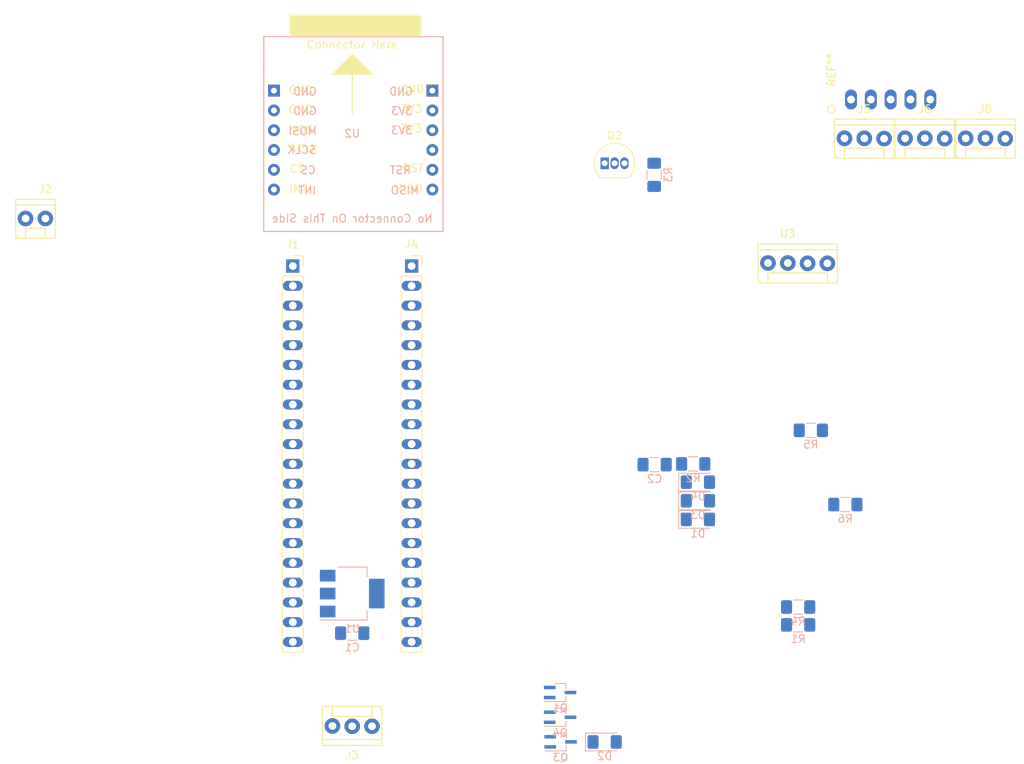
<source format=kicad_pcb>
(kicad_pcb (version 20171130) (host pcbnew "(5.0.1-3-g963ef8bb5)")

  (general
    (thickness 1.6)
    (drawings 7)
    (tracks 0)
    (zones 0)
    (modules 27)
    (nets 73)
  )

  (page A4)
  (layers
    (0 F.Cu signal)
    (31 B.Cu signal)
    (32 B.Adhes user)
    (33 F.Adhes user)
    (34 B.Paste user)
    (35 F.Paste user)
    (36 B.SilkS user)
    (37 F.SilkS user)
    (38 B.Mask user)
    (39 F.Mask user)
    (40 Dwgs.User user)
    (41 Cmts.User user)
    (42 Eco1.User user)
    (43 Eco2.User user)
    (44 Edge.Cuts user)
    (45 Margin user)
    (46 B.CrtYd user)
    (47 F.CrtYd user)
    (48 B.Fab user)
    (49 F.Fab user)
  )

  (setup
    (last_trace_width 0.25)
    (trace_clearance 0.2)
    (zone_clearance 0.508)
    (zone_45_only no)
    (trace_min 0.2)
    (segment_width 0.2)
    (edge_width 0.15)
    (via_size 0.8)
    (via_drill 0.4)
    (via_min_size 0.4)
    (via_min_drill 0.3)
    (uvia_size 0.3)
    (uvia_drill 0.1)
    (uvias_allowed no)
    (uvia_min_size 0.2)
    (uvia_min_drill 0.1)
    (pcb_text_width 0.3)
    (pcb_text_size 1.5 1.5)
    (mod_edge_width 0.15)
    (mod_text_size 1 1)
    (mod_text_width 0.15)
    (pad_size 1.524 1.524)
    (pad_drill 0.762)
    (pad_to_mask_clearance 0.051)
    (solder_mask_min_width 0.25)
    (aux_axis_origin 0 0)
    (visible_elements FFFFFF7F)
    (pcbplotparams
      (layerselection 0x010fc_ffffffff)
      (usegerberextensions false)
      (usegerberattributes false)
      (usegerberadvancedattributes false)
      (creategerberjobfile false)
      (excludeedgelayer true)
      (linewidth 0.100000)
      (plotframeref false)
      (viasonmask false)
      (mode 1)
      (useauxorigin false)
      (hpglpennumber 1)
      (hpglpenspeed 20)
      (hpglpendiameter 15.000000)
      (psnegative false)
      (psa4output false)
      (plotreference true)
      (plotvalue true)
      (plotinvisibletext false)
      (padsonsilk false)
      (subtractmaskfromsilk false)
      (outputformat 1)
      (mirror false)
      (drillshape 1)
      (scaleselection 1)
      (outputdirectory ""))
  )

  (net 0 "")
  (net 1 +5V)
  (net 2 GND)
  (net 3 +3V3)
  (net 4 "Net-(D1-Pad1)")
  (net 5 "Net-(D1-Pad2)")
  (net 6 "Net-(D2-Pad2)")
  (net 7 "Net-(D2-Pad1)")
  (net 8 "Net-(D3-Pad1)")
  (net 9 "Net-(D3-Pad2)")
  (net 10 "Net-(D4-Pad2)")
  (net 11 "Net-(J1-Pad2)")
  (net 12 "Net-(J1-Pad1)")
  (net 13 "Net-(J1-Pad3)")
  (net 14 "Net-(J1-Pad5)")
  (net 15 "Net-(J1-Pad4)")
  (net 16 "Net-(J1-Pad6)")
  (net 17 "Net-(J1-Pad7)")
  (net 18 "Net-(J1-Pad8)")
  (net 19 "Net-(J1-Pad9)")
  (net 20 "Net-(J1-Pad10)")
  (net 21 "Net-(J1-Pad11)")
  (net 22 "Net-(J1-Pad12)")
  (net 23 "Net-(J1-Pad13)")
  (net 24 "Net-(J1-Pad14)")
  (net 25 "Net-(J1-Pad15)")
  (net 26 "Net-(J1-Pad16)")
  (net 27 "Net-(J1-Pad17)")
  (net 28 +BATT)
  (net 29 "Net-(J3-Pad3)")
  (net 30 "Net-(J4-Pad20)")
  (net 31 "Net-(J4-Pad19)")
  (net 32 "Net-(J4-Pad18)")
  (net 33 "Net-(J4-Pad17)")
  (net 34 "Net-(J4-Pad16)")
  (net 35 "Net-(J4-Pad15)")
  (net 36 "Net-(J4-Pad14)")
  (net 37 "Net-(J4-Pad13)")
  (net 38 "Net-(J4-Pad12)")
  (net 39 "Net-(J4-Pad11)")
  (net 40 "Net-(J4-Pad10)")
  (net 41 "Net-(J4-Pad9)")
  (net 42 "Net-(J4-Pad8)")
  (net 43 "Net-(J4-Pad7)")
  (net 44 "Net-(J4-Pad6)")
  (net 45 "Net-(J4-Pad4)")
  (net 46 "Net-(J4-Pad5)")
  (net 47 /PWM_in_A)
  (net 48 /PWM_in_B)
  (net 49 "Net-(J6-Pad3)")
  (net 50 /PWM_out)
  (net 51 /A)
  (net 52 /B)
  (net 53 /O)
  (net 54 /TX)
  (net 55 /RX)
  (net 56 /led_hardfault)
  (net 57 /5V_logic)
  (net 58 /3.3V_logic)
  (net 59 /led_feedback)
  (net 60 "Net-(U2-Pad8)")
  (net 61 "Net-(U2-Pad7)")
  (net 62 "Net-(U2-Pad1)")
  (net 63 "Net-(U2-Pad2)")
  (net 64 "Net-(U2-Pad3)")
  (net 65 "Net-(U2-Pad4)")
  (net 66 /led_communication)
  (net 67 "Net-(J1-Pad20)")
  (net 68 "Net-(J4-Pad3)")
  (net 69 "Net-(U3-Pad2)")
  (net 70 "Net-(U3-Pad3)")
  (net 71 "Net-(U3-Pad4)")
  (net 72 GNDPWR)

  (net_class Default "Ceci est la Netclass par défaut."
    (clearance 0.2)
    (trace_width 0.25)
    (via_dia 0.8)
    (via_drill 0.4)
    (uvia_dia 0.3)
    (uvia_drill 0.1)
    (add_net +3V3)
    (add_net +5V)
    (add_net +BATT)
    (add_net /3.3V_logic)
    (add_net /5V_logic)
    (add_net /A)
    (add_net /B)
    (add_net /O)
    (add_net /PWM_in_A)
    (add_net /PWM_in_B)
    (add_net /PWM_out)
    (add_net /RX)
    (add_net /TX)
    (add_net /led_communication)
    (add_net /led_feedback)
    (add_net /led_hardfault)
    (add_net GND)
    (add_net GNDPWR)
    (add_net "Net-(D1-Pad1)")
    (add_net "Net-(D1-Pad2)")
    (add_net "Net-(D2-Pad1)")
    (add_net "Net-(D2-Pad2)")
    (add_net "Net-(D3-Pad1)")
    (add_net "Net-(D3-Pad2)")
    (add_net "Net-(D4-Pad2)")
    (add_net "Net-(J1-Pad1)")
    (add_net "Net-(J1-Pad10)")
    (add_net "Net-(J1-Pad11)")
    (add_net "Net-(J1-Pad12)")
    (add_net "Net-(J1-Pad13)")
    (add_net "Net-(J1-Pad14)")
    (add_net "Net-(J1-Pad15)")
    (add_net "Net-(J1-Pad16)")
    (add_net "Net-(J1-Pad17)")
    (add_net "Net-(J1-Pad2)")
    (add_net "Net-(J1-Pad20)")
    (add_net "Net-(J1-Pad3)")
    (add_net "Net-(J1-Pad4)")
    (add_net "Net-(J1-Pad5)")
    (add_net "Net-(J1-Pad6)")
    (add_net "Net-(J1-Pad7)")
    (add_net "Net-(J1-Pad8)")
    (add_net "Net-(J1-Pad9)")
    (add_net "Net-(J3-Pad3)")
    (add_net "Net-(J4-Pad10)")
    (add_net "Net-(J4-Pad11)")
    (add_net "Net-(J4-Pad12)")
    (add_net "Net-(J4-Pad13)")
    (add_net "Net-(J4-Pad14)")
    (add_net "Net-(J4-Pad15)")
    (add_net "Net-(J4-Pad16)")
    (add_net "Net-(J4-Pad17)")
    (add_net "Net-(J4-Pad18)")
    (add_net "Net-(J4-Pad19)")
    (add_net "Net-(J4-Pad20)")
    (add_net "Net-(J4-Pad3)")
    (add_net "Net-(J4-Pad4)")
    (add_net "Net-(J4-Pad5)")
    (add_net "Net-(J4-Pad6)")
    (add_net "Net-(J4-Pad7)")
    (add_net "Net-(J4-Pad8)")
    (add_net "Net-(J4-Pad9)")
    (add_net "Net-(J6-Pad3)")
    (add_net "Net-(U2-Pad1)")
    (add_net "Net-(U2-Pad2)")
    (add_net "Net-(U2-Pad3)")
    (add_net "Net-(U2-Pad4)")
    (add_net "Net-(U2-Pad7)")
    (add_net "Net-(U2-Pad8)")
    (add_net "Net-(U3-Pad2)")
    (add_net "Net-(U3-Pad3)")
    (add_net "Net-(U3-Pad4)")
  )

  (module @Robot:HE14-3-straight (layer F.Cu) (tedit 5C40A9D3) (tstamp 5C5335E7)
    (at 124.46 135.89 180)
    (tags "HE14 3 straight connector 1x3")
    (path /5C08F1FF)
    (fp_text reference J3 (at 0 -3 180) (layer F.SilkS)
      (effects (font (size 1 1) (thickness 0.15)))
    )
    (fp_text value "Alim logique" (at 0 5 180) (layer F.Fab)
      (effects (font (size 1 1) (thickness 0.15)))
    )
    (fp_line (start 3.81 3.283747) (end -3.81 3.283747) (layer F.CrtYd) (width 0.15))
    (fp_line (start 3.81 -1.716253) (end -3.81 -1.716253) (layer F.CrtYd) (width 0.15))
    (fp_line (start 3.81 3.283747) (end 3.81 -1.716253) (layer F.SilkS) (width 0.15))
    (fp_line (start -3.81 3.283747) (end -3.81 -1.716253) (layer F.SilkS) (width 0.15))
    (fp_poly (pts (xy -3.41 3.283747) (xy -3.81 2.883747) (xy -3.81 3.283747)) (layer F.SilkS) (width 0.15))
    (fp_line (start 2.54 2.013747) (end -2.54 2.013747) (layer F.SilkS) (width 0.15))
    (fp_line (start 3.81 -0.966253) (end -3.81 -0.966253) (layer F.SilkS) (width 0.15))
    (fp_line (start 2.54 3.283747) (end 2.54 2.013747) (layer F.SilkS) (width 0.15))
    (fp_line (start -2.54 2.013747) (end -2.54 3.283747) (layer F.SilkS) (width 0.15))
    (fp_line (start 3.81 -1.716253) (end -3.81 -1.716253) (layer F.SilkS) (width 0.15))
    (fp_line (start 3.81 -1.716253) (end 3.81 3.283747) (layer F.CrtYd) (width 0.15))
    (fp_line (start 3.81 3.283747) (end -3.81 3.283747) (layer F.SilkS) (width 0.15))
    (fp_line (start -3.81 3.283747) (end -3.81 -1.716253) (layer F.CrtYd) (width 0.15))
    (pad 3 thru_hole circle (at 2.54 0.783747) (size 2 2) (drill 1) (layers *.Cu *.Mask)
      (net 29 "Net-(J3-Pad3)"))
    (pad 2 thru_hole circle (at 0 0.743747) (size 2 2) (drill 1) (layers *.Cu *.Mask)
      (net 1 +5V))
    (pad 1 thru_hole circle (at -2.54 0.743747) (size 2 2) (drill 1) (layers *.Cu *.Mask)
      (net 2 GND))
    (model ${KIROBOT}/@Robot.3D/HE14/c-281695-3-k-3d.igs
      (offset (xyz 0 -0.7492999887466431 10.79499983787537))
      (scale (xyz 1 1 1))
      (rotate (xyz 0 0 0))
    )
  )

  (module @Robot:HE14-4-straight (layer F.Cu) (tedit 5C44A605) (tstamp 5C8D6421)
    (at 180.34 74.93)
    (tags "HE14 3 straight connector 1x3")
    (path /5C44F9E5)
    (fp_text reference U3 (at 0 -3) (layer F.SilkS)
      (effects (font (size 1 1) (thickness 0.15)))
    )
    (fp_text value servo_connector (at 0 5) (layer F.Fab)
      (effects (font (size 1 1) (thickness 0.15)))
    )
    (fp_line (start 6.35 3.283747) (end -3.81 3.283747) (layer F.CrtYd) (width 0.15))
    (fp_line (start 6.35 -1.716253) (end -3.81 -1.716253) (layer F.CrtYd) (width 0.15))
    (fp_line (start 6.35 3.283747) (end 6.35 -1.716253) (layer F.SilkS) (width 0.15))
    (fp_line (start -3.81 3.283747) (end -3.81 -1.716253) (layer F.SilkS) (width 0.15))
    (fp_poly (pts (xy -3.41 3.283747) (xy -3.81 2.883747) (xy -3.81 3.283747)) (layer F.SilkS) (width 0.15))
    (fp_line (start 5.08 2.013747) (end -2.54 2.013747) (layer F.SilkS) (width 0.15))
    (fp_line (start 6.35 -0.966253) (end -3.81 -0.966253) (layer F.SilkS) (width 0.15))
    (fp_line (start 5.08 3.283747) (end 5.08 2.013747) (layer F.SilkS) (width 0.15))
    (fp_line (start -2.54 2.013747) (end -2.54 3.283747) (layer F.SilkS) (width 0.15))
    (fp_line (start 6.35 -1.716253) (end -3.81 -1.716253) (layer F.SilkS) (width 0.15))
    (fp_line (start 6.35 -1.716253) (end 6.35 3.283747) (layer F.CrtYd) (width 0.15))
    (fp_line (start 6.35 3.283747) (end -3.81 3.283747) (layer F.SilkS) (width 0.15))
    (fp_line (start -3.81 3.283747) (end -3.81 -1.716253) (layer F.CrtYd) (width 0.15))
    (pad 3 thru_hole circle (at 2.54 0.783747 180) (size 2 2) (drill 1) (layers *.Cu *.Mask)
      (net 70 "Net-(U3-Pad3)"))
    (pad 2 thru_hole circle (at 0 0.743747 180) (size 2 2) (drill 1) (layers *.Cu *.Mask)
      (net 69 "Net-(U3-Pad2)"))
    (pad 1 thru_hole circle (at -2.54 0.743747 180) (size 2 2) (drill 1) (layers *.Cu *.Mask)
      (net 2 GND))
    (pad 4 thru_hole circle (at 5.08 0.783747 180) (size 2 2) (drill 1) (layers *.Cu *.Mask)
      (net 71 "Net-(U3-Pad4)"))
    (model ${KIROBOT}/@Robot.3D/HE14/c-281695-3-k-3d.igs
      (offset (xyz 0 -0.7492999887466431 10.79499983787537))
      (scale (xyz 1 1 1))
      (rotate (xyz 0 0 0))
    )
  )

  (module @Robot:HE14-2-straight (layer F.Cu) (tedit 5C44AB67) (tstamp 5C8D5BC1)
    (at 85.09 69.215)
    (tags "HE14 3 straight connector 1x3")
    (path /5BED9A92)
    (fp_text reference J2 (at 0 -3) (layer F.SilkS)
      (effects (font (size 1 1) (thickness 0.15)))
    )
    (fp_text value "Alim puissance" (at 0 5) (layer F.Fab)
      (effects (font (size 1 1) (thickness 0.15)))
    )
    (fp_line (start 1.27 3.283747) (end -3.81 3.283747) (layer F.CrtYd) (width 0.15))
    (fp_line (start 1.27 -1.716253) (end -3.81 -1.716253) (layer F.CrtYd) (width 0.15))
    (fp_line (start 1.27 3.283747) (end 1.27 -1.716253) (layer F.SilkS) (width 0.15))
    (fp_line (start -3.81 3.283747) (end -3.81 -1.716253) (layer F.SilkS) (width 0.15))
    (fp_poly (pts (xy -3.41 3.283747) (xy -3.81 2.883747) (xy -3.81 3.283747)) (layer F.SilkS) (width 0.15))
    (fp_line (start 0 2.013747) (end -2.54 2.013747) (layer F.SilkS) (width 0.15))
    (fp_line (start 1.27 -0.966253) (end -3.81 -0.966253) (layer F.SilkS) (width 0.15))
    (fp_line (start 0 3.283747) (end 0 2.013747) (layer F.SilkS) (width 0.15))
    (fp_line (start -2.54 2.013747) (end -2.54 3.283747) (layer F.SilkS) (width 0.15))
    (fp_line (start 1.27 -1.716253) (end -3.81 -1.716253) (layer F.SilkS) (width 0.15))
    (fp_line (start 1.27 -1.716253) (end 1.27 3.283747) (layer F.CrtYd) (width 0.15))
    (fp_line (start 1.27 3.283747) (end -3.81 3.283747) (layer F.SilkS) (width 0.15))
    (fp_line (start -3.81 3.283747) (end -3.81 -1.716253) (layer F.CrtYd) (width 0.15))
    (pad 2 thru_hole circle (at 0 0.743747 180) (size 2 2) (drill 1) (layers *.Cu *.Mask)
      (net 28 +BATT))
    (pad 1 thru_hole circle (at -2.54 0.743747 180) (size 2 2) (drill 1) (layers *.Cu *.Mask)
      (net 72 GNDPWR))
    (model ${KIROBOT}/@Robot.3D/HE14/c-281695-3-k-3d.igs
      (offset (xyz 0 -0.7492999887466431 10.79499983787537))
      (scale (xyz 1 1 1))
      (rotate (xyz 0 0 0))
    )
  )

  (module Capacitor_SMD:C_1206_3216Metric_Pad1.42x1.75mm_HandSolder (layer B.Cu) (tedit 5B301BBE) (tstamp 5C5D2A9D)
    (at 124.46 123.19)
    (descr "Capacitor SMD 1206 (3216 Metric), square (rectangular) end terminal, IPC_7351 nominal with elongated pad for handsoldering. (Body size source: http://www.tortai-tech.com/upload/download/2011102023233369053.pdf), generated with kicad-footprint-generator")
    (tags "capacitor handsolder")
    (path /5C093824)
    (attr smd)
    (fp_text reference C1 (at 0 1.82) (layer B.SilkS)
      (effects (font (size 1 1) (thickness 0.15)) (justify mirror))
    )
    (fp_text value 1u (at 0 -1.82) (layer B.Fab)
      (effects (font (size 1 1) (thickness 0.15)) (justify mirror))
    )
    (fp_line (start -1.6 -0.8) (end -1.6 0.8) (layer B.Fab) (width 0.1))
    (fp_line (start -1.6 0.8) (end 1.6 0.8) (layer B.Fab) (width 0.1))
    (fp_line (start 1.6 0.8) (end 1.6 -0.8) (layer B.Fab) (width 0.1))
    (fp_line (start 1.6 -0.8) (end -1.6 -0.8) (layer B.Fab) (width 0.1))
    (fp_line (start -0.602064 0.91) (end 0.602064 0.91) (layer B.SilkS) (width 0.12))
    (fp_line (start -0.602064 -0.91) (end 0.602064 -0.91) (layer B.SilkS) (width 0.12))
    (fp_line (start -2.45 -1.12) (end -2.45 1.12) (layer B.CrtYd) (width 0.05))
    (fp_line (start -2.45 1.12) (end 2.45 1.12) (layer B.CrtYd) (width 0.05))
    (fp_line (start 2.45 1.12) (end 2.45 -1.12) (layer B.CrtYd) (width 0.05))
    (fp_line (start 2.45 -1.12) (end -2.45 -1.12) (layer B.CrtYd) (width 0.05))
    (fp_text user %R (at 0 0) (layer B.Fab)
      (effects (font (size 0.8 0.8) (thickness 0.12)) (justify mirror))
    )
    (pad 1 smd roundrect (at -1.4875 0) (size 1.425 1.75) (layers B.Cu B.Paste B.Mask) (roundrect_rratio 0.175439)
      (net 1 +5V))
    (pad 2 smd roundrect (at 1.4875 0) (size 1.425 1.75) (layers B.Cu B.Paste B.Mask) (roundrect_rratio 0.175439)
      (net 2 GND))
    (model ${KISYS3DMOD}/Capacitor_SMD.3dshapes/C_1206_3216Metric.wrl
      (at (xyz 0 0 0))
      (scale (xyz 1 1 1))
      (rotate (xyz 0 0 0))
    )
  )

  (module Capacitor_SMD:C_1206_3216Metric_Pad1.42x1.75mm_HandSolder (layer B.Cu) (tedit 5B301BBE) (tstamp 5C5D2AAE)
    (at 163.25289 101.55741)
    (descr "Capacitor SMD 1206 (3216 Metric), square (rectangular) end terminal, IPC_7351 nominal with elongated pad for handsoldering. (Body size source: http://www.tortai-tech.com/upload/download/2011102023233369053.pdf), generated with kicad-footprint-generator")
    (tags "capacitor handsolder")
    (path /5C129261)
    (attr smd)
    (fp_text reference C2 (at 0 1.82) (layer B.SilkS)
      (effects (font (size 1 1) (thickness 0.15)) (justify mirror))
    )
    (fp_text value 1u (at 0 -1.82) (layer B.Fab)
      (effects (font (size 1 1) (thickness 0.15)) (justify mirror))
    )
    (fp_text user %R (at 0 0) (layer B.Fab)
      (effects (font (size 0.8 0.8) (thickness 0.12)) (justify mirror))
    )
    (fp_line (start 2.45 -1.12) (end -2.45 -1.12) (layer B.CrtYd) (width 0.05))
    (fp_line (start 2.45 1.12) (end 2.45 -1.12) (layer B.CrtYd) (width 0.05))
    (fp_line (start -2.45 1.12) (end 2.45 1.12) (layer B.CrtYd) (width 0.05))
    (fp_line (start -2.45 -1.12) (end -2.45 1.12) (layer B.CrtYd) (width 0.05))
    (fp_line (start -0.602064 -0.91) (end 0.602064 -0.91) (layer B.SilkS) (width 0.12))
    (fp_line (start -0.602064 0.91) (end 0.602064 0.91) (layer B.SilkS) (width 0.12))
    (fp_line (start 1.6 -0.8) (end -1.6 -0.8) (layer B.Fab) (width 0.1))
    (fp_line (start 1.6 0.8) (end 1.6 -0.8) (layer B.Fab) (width 0.1))
    (fp_line (start -1.6 0.8) (end 1.6 0.8) (layer B.Fab) (width 0.1))
    (fp_line (start -1.6 -0.8) (end -1.6 0.8) (layer B.Fab) (width 0.1))
    (pad 2 smd roundrect (at 1.4875 0) (size 1.425 1.75) (layers B.Cu B.Paste B.Mask) (roundrect_rratio 0.175439)
      (net 2 GND))
    (pad 1 smd roundrect (at -1.4875 0) (size 1.425 1.75) (layers B.Cu B.Paste B.Mask) (roundrect_rratio 0.175439)
      (net 3 +3V3))
    (model ${KISYS3DMOD}/Capacitor_SMD.3dshapes/C_1206_3216Metric.wrl
      (at (xyz 0 0 0))
      (scale (xyz 1 1 1))
      (rotate (xyz 0 0 0))
    )
  )

  (module LED_SMD:LED_1206_3216Metric_Pad1.42x1.75mm_HandSolder (layer B.Cu) (tedit 5B4B45C9) (tstamp 5C5D2AC1)
    (at 168.80789 108.58741)
    (descr "LED SMD 1206 (3216 Metric), square (rectangular) end terminal, IPC_7351 nominal, (Body size source: http://www.tortai-tech.com/upload/download/2011102023233369053.pdf), generated with kicad-footprint-generator")
    (tags "LED handsolder")
    (path /5BEDAB75)
    (attr smd)
    (fp_text reference D1 (at 0 1.82) (layer B.SilkS)
      (effects (font (size 1 1) (thickness 0.15)) (justify mirror))
    )
    (fp_text value LED_hardfault_jaune (at 0 -1.82) (layer B.Fab)
      (effects (font (size 1 1) (thickness 0.15)) (justify mirror))
    )
    (fp_line (start 1.6 0.8) (end -1.2 0.8) (layer B.Fab) (width 0.1))
    (fp_line (start -1.2 0.8) (end -1.6 0.4) (layer B.Fab) (width 0.1))
    (fp_line (start -1.6 0.4) (end -1.6 -0.8) (layer B.Fab) (width 0.1))
    (fp_line (start -1.6 -0.8) (end 1.6 -0.8) (layer B.Fab) (width 0.1))
    (fp_line (start 1.6 -0.8) (end 1.6 0.8) (layer B.Fab) (width 0.1))
    (fp_line (start 1.6 1.135) (end -2.46 1.135) (layer B.SilkS) (width 0.12))
    (fp_line (start -2.46 1.135) (end -2.46 -1.135) (layer B.SilkS) (width 0.12))
    (fp_line (start -2.46 -1.135) (end 1.6 -1.135) (layer B.SilkS) (width 0.12))
    (fp_line (start -2.45 -1.12) (end -2.45 1.12) (layer B.CrtYd) (width 0.05))
    (fp_line (start -2.45 1.12) (end 2.45 1.12) (layer B.CrtYd) (width 0.05))
    (fp_line (start 2.45 1.12) (end 2.45 -1.12) (layer B.CrtYd) (width 0.05))
    (fp_line (start 2.45 -1.12) (end -2.45 -1.12) (layer B.CrtYd) (width 0.05))
    (fp_text user %R (at 0 0) (layer B.Fab)
      (effects (font (size 0.8 0.8) (thickness 0.12)) (justify mirror))
    )
    (pad 1 smd roundrect (at -1.4875 0) (size 1.425 1.75) (layers B.Cu B.Paste B.Mask) (roundrect_rratio 0.175439)
      (net 4 "Net-(D1-Pad1)"))
    (pad 2 smd roundrect (at 1.4875 0) (size 1.425 1.75) (layers B.Cu B.Paste B.Mask) (roundrect_rratio 0.175439)
      (net 5 "Net-(D1-Pad2)"))
    (model ${KISYS3DMOD}/LED_SMD.3dshapes/LED_1206_3216Metric.wrl
      (at (xyz 0 0 0))
      (scale (xyz 1 1 1))
      (rotate (xyz 0 0 0))
    )
  )

  (module LED_SMD:LED_1206_3216Metric_Pad1.42x1.75mm_HandSolder (layer B.Cu) (tedit 5B4B45C9) (tstamp 5C5D2AD4)
    (at 156.845 137.16)
    (descr "LED SMD 1206 (3216 Metric), square (rectangular) end terminal, IPC_7351 nominal, (Body size source: http://www.tortai-tech.com/upload/download/2011102023233369053.pdf), generated with kicad-footprint-generator")
    (tags "LED handsolder")
    (path /5C36A160)
    (attr smd)
    (fp_text reference D2 (at 0 1.82) (layer B.SilkS)
      (effects (font (size 1 1) (thickness 0.15)) (justify mirror))
    )
    (fp_text value LED_communication_vert (at 0 -1.82) (layer B.Fab)
      (effects (font (size 1 1) (thickness 0.15)) (justify mirror))
    )
    (fp_text user %R (at 0 0) (layer B.Fab)
      (effects (font (size 0.8 0.8) (thickness 0.12)) (justify mirror))
    )
    (fp_line (start 2.45 -1.12) (end -2.45 -1.12) (layer B.CrtYd) (width 0.05))
    (fp_line (start 2.45 1.12) (end 2.45 -1.12) (layer B.CrtYd) (width 0.05))
    (fp_line (start -2.45 1.12) (end 2.45 1.12) (layer B.CrtYd) (width 0.05))
    (fp_line (start -2.45 -1.12) (end -2.45 1.12) (layer B.CrtYd) (width 0.05))
    (fp_line (start -2.46 -1.135) (end 1.6 -1.135) (layer B.SilkS) (width 0.12))
    (fp_line (start -2.46 1.135) (end -2.46 -1.135) (layer B.SilkS) (width 0.12))
    (fp_line (start 1.6 1.135) (end -2.46 1.135) (layer B.SilkS) (width 0.12))
    (fp_line (start 1.6 -0.8) (end 1.6 0.8) (layer B.Fab) (width 0.1))
    (fp_line (start -1.6 -0.8) (end 1.6 -0.8) (layer B.Fab) (width 0.1))
    (fp_line (start -1.6 0.4) (end -1.6 -0.8) (layer B.Fab) (width 0.1))
    (fp_line (start -1.2 0.8) (end -1.6 0.4) (layer B.Fab) (width 0.1))
    (fp_line (start 1.6 0.8) (end -1.2 0.8) (layer B.Fab) (width 0.1))
    (pad 2 smd roundrect (at 1.4875 0) (size 1.425 1.75) (layers B.Cu B.Paste B.Mask) (roundrect_rratio 0.175439)
      (net 6 "Net-(D2-Pad2)"))
    (pad 1 smd roundrect (at -1.4875 0) (size 1.425 1.75) (layers B.Cu B.Paste B.Mask) (roundrect_rratio 0.175439)
      (net 7 "Net-(D2-Pad1)"))
    (model ${KISYS3DMOD}/LED_SMD.3dshapes/LED_1206_3216Metric.wrl
      (at (xyz 0 0 0))
      (scale (xyz 1 1 1))
      (rotate (xyz 0 0 0))
    )
  )

  (module LED_SMD:LED_1206_3216Metric_Pad1.42x1.75mm_HandSolder (layer B.Cu) (tedit 5B4B45C9) (tstamp 5C5D2AE7)
    (at 168.80789 106.19741)
    (descr "LED SMD 1206 (3216 Metric), square (rectangular) end terminal, IPC_7351 nominal, (Body size source: http://www.tortai-tech.com/upload/download/2011102023233369053.pdf), generated with kicad-footprint-generator")
    (tags "LED handsolder")
    (path /5C36B30F)
    (attr smd)
    (fp_text reference D3 (at 0 1.82) (layer B.SilkS)
      (effects (font (size 1 1) (thickness 0.15)) (justify mirror))
    )
    (fp_text value led_feedback_vert (at 0 -1.82) (layer B.Fab)
      (effects (font (size 1 1) (thickness 0.15)) (justify mirror))
    )
    (fp_line (start 1.6 0.8) (end -1.2 0.8) (layer B.Fab) (width 0.1))
    (fp_line (start -1.2 0.8) (end -1.6 0.4) (layer B.Fab) (width 0.1))
    (fp_line (start -1.6 0.4) (end -1.6 -0.8) (layer B.Fab) (width 0.1))
    (fp_line (start -1.6 -0.8) (end 1.6 -0.8) (layer B.Fab) (width 0.1))
    (fp_line (start 1.6 -0.8) (end 1.6 0.8) (layer B.Fab) (width 0.1))
    (fp_line (start 1.6 1.135) (end -2.46 1.135) (layer B.SilkS) (width 0.12))
    (fp_line (start -2.46 1.135) (end -2.46 -1.135) (layer B.SilkS) (width 0.12))
    (fp_line (start -2.46 -1.135) (end 1.6 -1.135) (layer B.SilkS) (width 0.12))
    (fp_line (start -2.45 -1.12) (end -2.45 1.12) (layer B.CrtYd) (width 0.05))
    (fp_line (start -2.45 1.12) (end 2.45 1.12) (layer B.CrtYd) (width 0.05))
    (fp_line (start 2.45 1.12) (end 2.45 -1.12) (layer B.CrtYd) (width 0.05))
    (fp_line (start 2.45 -1.12) (end -2.45 -1.12) (layer B.CrtYd) (width 0.05))
    (fp_text user %R (at 0 0) (layer B.Fab)
      (effects (font (size 0.8 0.8) (thickness 0.12)) (justify mirror))
    )
    (pad 1 smd roundrect (at -1.4875 0) (size 1.425 1.75) (layers B.Cu B.Paste B.Mask) (roundrect_rratio 0.175439)
      (net 8 "Net-(D3-Pad1)"))
    (pad 2 smd roundrect (at 1.4875 0) (size 1.425 1.75) (layers B.Cu B.Paste B.Mask) (roundrect_rratio 0.175439)
      (net 9 "Net-(D3-Pad2)"))
    (model ${KISYS3DMOD}/LED_SMD.3dshapes/LED_1206_3216Metric.wrl
      (at (xyz 0 0 0))
      (scale (xyz 1 1 1))
      (rotate (xyz 0 0 0))
    )
  )

  (module LED_SMD:LED_1206_3216Metric_Pad1.42x1.75mm_HandSolder (layer B.Cu) (tedit 5B4B45C9) (tstamp 5C5D2AFA)
    (at 168.80789 103.80741)
    (descr "LED SMD 1206 (3216 Metric), square (rectangular) end terminal, IPC_7351 nominal, (Body size source: http://www.tortai-tech.com/upload/download/2011102023233369053.pdf), generated with kicad-footprint-generator")
    (tags "LED handsolder")
    (path /5C36B337)
    (attr smd)
    (fp_text reference D4 (at 0 1.82) (layer B.SilkS)
      (effects (font (size 1 1) (thickness 0.15)) (justify mirror))
    )
    (fp_text value LED_alimentation_rouge (at 0 -1.82) (layer B.Fab)
      (effects (font (size 1 1) (thickness 0.15)) (justify mirror))
    )
    (fp_text user %R (at 0 0) (layer B.Fab)
      (effects (font (size 0.8 0.8) (thickness 0.12)) (justify mirror))
    )
    (fp_line (start 2.45 -1.12) (end -2.45 -1.12) (layer B.CrtYd) (width 0.05))
    (fp_line (start 2.45 1.12) (end 2.45 -1.12) (layer B.CrtYd) (width 0.05))
    (fp_line (start -2.45 1.12) (end 2.45 1.12) (layer B.CrtYd) (width 0.05))
    (fp_line (start -2.45 -1.12) (end -2.45 1.12) (layer B.CrtYd) (width 0.05))
    (fp_line (start -2.46 -1.135) (end 1.6 -1.135) (layer B.SilkS) (width 0.12))
    (fp_line (start -2.46 1.135) (end -2.46 -1.135) (layer B.SilkS) (width 0.12))
    (fp_line (start 1.6 1.135) (end -2.46 1.135) (layer B.SilkS) (width 0.12))
    (fp_line (start 1.6 -0.8) (end 1.6 0.8) (layer B.Fab) (width 0.1))
    (fp_line (start -1.6 -0.8) (end 1.6 -0.8) (layer B.Fab) (width 0.1))
    (fp_line (start -1.6 0.4) (end -1.6 -0.8) (layer B.Fab) (width 0.1))
    (fp_line (start -1.2 0.8) (end -1.6 0.4) (layer B.Fab) (width 0.1))
    (fp_line (start 1.6 0.8) (end -1.2 0.8) (layer B.Fab) (width 0.1))
    (pad 2 smd roundrect (at 1.4875 0) (size 1.425 1.75) (layers B.Cu B.Paste B.Mask) (roundrect_rratio 0.175439)
      (net 10 "Net-(D4-Pad2)"))
    (pad 1 smd roundrect (at -1.4875 0) (size 1.425 1.75) (layers B.Cu B.Paste B.Mask) (roundrect_rratio 0.175439)
      (net 2 GND))
    (model ${KISYS3DMOD}/LED_SMD.3dshapes/LED_1206_3216Metric.wrl
      (at (xyz 0 0 0))
      (scale (xyz 1 1 1))
      (rotate (xyz 0 0 0))
    )
  )

  (module @Robot:PinSocket_1x20_P2.54mm_Vertical_Long_Pads locked (layer F.Cu) (tedit 5C366415) (tstamp 5C5D2B22)
    (at 116.84 76.06)
    (descr "Through hole straight socket strip, 1x20, 2.54mm pitch, single row (from Kicad 4.0.7), script generated")
    (tags "Through hole socket strip THT 1x20 2.54mm single row")
    (path /5C0965A6)
    (fp_text reference J1 (at 0 -2.77) (layer F.SilkS)
      (effects (font (size 1 1) (thickness 0.15)))
    )
    (fp_text value Connecteur_blackpill_gauche (at 0 51.03) (layer F.Fab)
      (effects (font (size 1 1) (thickness 0.15)))
    )
    (fp_line (start -1.27 -1.27) (end 0.635 -1.27) (layer F.Fab) (width 0.1))
    (fp_line (start 0.635 -1.27) (end 1.27 -0.635) (layer F.Fab) (width 0.1))
    (fp_line (start 1.27 -0.635) (end 1.27 49.53) (layer F.Fab) (width 0.1))
    (fp_line (start 1.27 49.53) (end -1.27 49.53) (layer F.Fab) (width 0.1))
    (fp_line (start -1.27 49.53) (end -1.27 -1.27) (layer F.Fab) (width 0.1))
    (fp_line (start -1.33 1.27) (end 1.33 1.27) (layer F.SilkS) (width 0.12))
    (fp_line (start -1.33 1.27) (end -1.33 49.59) (layer F.SilkS) (width 0.12))
    (fp_line (start -1.33 49.59) (end 1.33 49.59) (layer F.SilkS) (width 0.12))
    (fp_line (start 1.33 1.27) (end 1.33 49.59) (layer F.SilkS) (width 0.12))
    (fp_line (start 1.33 -1.33) (end 1.33 0) (layer F.SilkS) (width 0.12))
    (fp_line (start 0 -1.33) (end 1.33 -1.33) (layer F.SilkS) (width 0.12))
    (fp_line (start -1.8 -1.8) (end 1.75 -1.8) (layer F.CrtYd) (width 0.05))
    (fp_line (start 1.75 -1.8) (end 1.75 50) (layer F.CrtYd) (width 0.05))
    (fp_line (start 1.75 50) (end -1.8 50) (layer F.CrtYd) (width 0.05))
    (fp_line (start -1.8 50) (end -1.8 -1.8) (layer F.CrtYd) (width 0.05))
    (fp_text user %R (at 0 24.13 90) (layer F.Fab)
      (effects (font (size 1 1) (thickness 0.15)))
    )
    (pad 2 thru_hole oval (at 0 2.54) (size 2.54 1.27) (drill 1) (layers *.Cu *.Mask)
      (net 11 "Net-(J1-Pad2)"))
    (pad 1 thru_hole rect (at 0 0) (size 1.7 1.7) (drill 1) (layers *.Cu *.Mask)
      (net 12 "Net-(J1-Pad1)"))
    (pad 3 thru_hole oval (at 0 5.08) (size 2.54 1.27) (drill 1) (layers *.Cu *.Mask)
      (net 13 "Net-(J1-Pad3)"))
    (pad 5 thru_hole oval (at 0 10.16) (size 2.54 1.27) (drill 1) (layers *.Cu *.Mask)
      (net 14 "Net-(J1-Pad5)"))
    (pad 4 thru_hole oval (at 0 7.62) (size 2.54 1.27) (drill 1) (layers *.Cu *.Mask)
      (net 15 "Net-(J1-Pad4)"))
    (pad 6 thru_hole oval (at 0 12.7) (size 2.54 1.27) (drill 1) (layers *.Cu *.Mask)
      (net 16 "Net-(J1-Pad6)"))
    (pad 7 thru_hole oval (at 0 15.24) (size 2.54 1.27) (drill 1) (layers *.Cu *.Mask)
      (net 17 "Net-(J1-Pad7)"))
    (pad 8 thru_hole oval (at 0 17.78) (size 2.54 1.27) (drill 1) (layers *.Cu *.Mask)
      (net 18 "Net-(J1-Pad8)"))
    (pad 9 thru_hole oval (at 0 20.32) (size 2.54 1.27) (drill 1) (layers *.Cu *.Mask)
      (net 19 "Net-(J1-Pad9)"))
    (pad 10 thru_hole oval (at 0 22.86) (size 2.54 1.27) (drill 1) (layers *.Cu *.Mask)
      (net 20 "Net-(J1-Pad10)"))
    (pad 11 thru_hole oval (at 0 25.4) (size 2.54 1.27) (drill 1) (layers *.Cu *.Mask)
      (net 21 "Net-(J1-Pad11)"))
    (pad 12 thru_hole oval (at 0 27.94) (size 2.54 1.27) (drill 1) (layers *.Cu *.Mask)
      (net 22 "Net-(J1-Pad12)"))
    (pad 13 thru_hole oval (at 0 30.48) (size 2.54 1.27) (drill 1) (layers *.Cu *.Mask)
      (net 23 "Net-(J1-Pad13)"))
    (pad 14 thru_hole oval (at 0 33.02) (size 2.54 1.27) (drill 1) (layers *.Cu *.Mask)
      (net 24 "Net-(J1-Pad14)"))
    (pad 15 thru_hole oval (at 0 35.56) (size 2.54 1.27) (drill 1) (layers *.Cu *.Mask)
      (net 25 "Net-(J1-Pad15)"))
    (pad 16 thru_hole oval (at 0 38.1) (size 2.54 1.27) (drill 1) (layers *.Cu *.Mask)
      (net 26 "Net-(J1-Pad16)"))
    (pad 17 thru_hole oval (at 0 40.64) (size 2.54 1.27) (drill 1) (layers *.Cu *.Mask)
      (net 27 "Net-(J1-Pad17)"))
    (pad 18 thru_hole oval (at 0 43.18) (size 2.54 1.27) (drill 1) (layers *.Cu *.Mask)
      (net 1 +5V))
    (pad 19 thru_hole oval (at 0 45.72) (size 2.54 1.27) (drill 1) (layers *.Cu *.Mask)
      (net 2 GND))
    (pad 20 thru_hole oval (at 0 48.26) (size 2.54 1.27) (drill 1) (layers *.Cu *.Mask)
      (net 67 "Net-(J1-Pad20)"))
    (model ${KISYS3DMOD}/Connector_PinSocket_2.54mm.3dshapes/PinSocket_1x20_P2.54mm_Vertical.wrl
      (at (xyz 0 0 0))
      (scale (xyz 1 1 1))
      (rotate (xyz 0 0 0))
    )
  )

  (module @Robot:PinSocket_1x20_P2.54mm_Vertical_Long_Pads locked (layer F.Cu) (tedit 5C366415) (tstamp 5C5D2B83)
    (at 132.08 76.06)
    (descr "Through hole straight socket strip, 1x20, 2.54mm pitch, single row (from Kicad 4.0.7), script generated")
    (tags "Through hole socket strip THT 1x20 2.54mm single row")
    (path /5C096C54)
    (fp_text reference J4 (at 0 -2.77) (layer F.SilkS)
      (effects (font (size 1 1) (thickness 0.15)))
    )
    (fp_text value Connecteur_blackpill_droite (at 0 51.03) (layer F.Fab)
      (effects (font (size 1 1) (thickness 0.15)))
    )
    (fp_text user %R (at 0 24.13 90) (layer F.Fab)
      (effects (font (size 1 1) (thickness 0.15)))
    )
    (fp_line (start -1.8 50) (end -1.8 -1.8) (layer F.CrtYd) (width 0.05))
    (fp_line (start 1.75 50) (end -1.8 50) (layer F.CrtYd) (width 0.05))
    (fp_line (start 1.75 -1.8) (end 1.75 50) (layer F.CrtYd) (width 0.05))
    (fp_line (start -1.8 -1.8) (end 1.75 -1.8) (layer F.CrtYd) (width 0.05))
    (fp_line (start 0 -1.33) (end 1.33 -1.33) (layer F.SilkS) (width 0.12))
    (fp_line (start 1.33 -1.33) (end 1.33 0) (layer F.SilkS) (width 0.12))
    (fp_line (start 1.33 1.27) (end 1.33 49.59) (layer F.SilkS) (width 0.12))
    (fp_line (start -1.33 49.59) (end 1.33 49.59) (layer F.SilkS) (width 0.12))
    (fp_line (start -1.33 1.27) (end -1.33 49.59) (layer F.SilkS) (width 0.12))
    (fp_line (start -1.33 1.27) (end 1.33 1.27) (layer F.SilkS) (width 0.12))
    (fp_line (start -1.27 49.53) (end -1.27 -1.27) (layer F.Fab) (width 0.1))
    (fp_line (start 1.27 49.53) (end -1.27 49.53) (layer F.Fab) (width 0.1))
    (fp_line (start 1.27 -0.635) (end 1.27 49.53) (layer F.Fab) (width 0.1))
    (fp_line (start 0.635 -1.27) (end 1.27 -0.635) (layer F.Fab) (width 0.1))
    (fp_line (start -1.27 -1.27) (end 0.635 -1.27) (layer F.Fab) (width 0.1))
    (pad 20 thru_hole oval (at 0 48.26) (size 2.54 1.27) (drill 1) (layers *.Cu *.Mask)
      (net 30 "Net-(J4-Pad20)"))
    (pad 19 thru_hole oval (at 0 45.72) (size 2.54 1.27) (drill 1) (layers *.Cu *.Mask)
      (net 31 "Net-(J4-Pad19)"))
    (pad 18 thru_hole oval (at 0 43.18) (size 2.54 1.27) (drill 1) (layers *.Cu *.Mask)
      (net 32 "Net-(J4-Pad18)"))
    (pad 17 thru_hole oval (at 0 40.64) (size 2.54 1.27) (drill 1) (layers *.Cu *.Mask)
      (net 33 "Net-(J4-Pad17)"))
    (pad 16 thru_hole oval (at 0 38.1) (size 2.54 1.27) (drill 1) (layers *.Cu *.Mask)
      (net 34 "Net-(J4-Pad16)"))
    (pad 15 thru_hole oval (at 0 35.56) (size 2.54 1.27) (drill 1) (layers *.Cu *.Mask)
      (net 35 "Net-(J4-Pad15)"))
    (pad 14 thru_hole oval (at 0 33.02) (size 2.54 1.27) (drill 1) (layers *.Cu *.Mask)
      (net 36 "Net-(J4-Pad14)"))
    (pad 13 thru_hole oval (at 0 30.48) (size 2.54 1.27) (drill 1) (layers *.Cu *.Mask)
      (net 37 "Net-(J4-Pad13)"))
    (pad 12 thru_hole oval (at 0 27.94) (size 2.54 1.27) (drill 1) (layers *.Cu *.Mask)
      (net 38 "Net-(J4-Pad12)"))
    (pad 11 thru_hole oval (at 0 25.4) (size 2.54 1.27) (drill 1) (layers *.Cu *.Mask)
      (net 39 "Net-(J4-Pad11)"))
    (pad 10 thru_hole oval (at 0 22.86) (size 2.54 1.27) (drill 1) (layers *.Cu *.Mask)
      (net 40 "Net-(J4-Pad10)"))
    (pad 9 thru_hole oval (at 0 20.32) (size 2.54 1.27) (drill 1) (layers *.Cu *.Mask)
      (net 41 "Net-(J4-Pad9)"))
    (pad 8 thru_hole oval (at 0 17.78) (size 2.54 1.27) (drill 1) (layers *.Cu *.Mask)
      (net 42 "Net-(J4-Pad8)"))
    (pad 7 thru_hole oval (at 0 15.24) (size 2.54 1.27) (drill 1) (layers *.Cu *.Mask)
      (net 43 "Net-(J4-Pad7)"))
    (pad 6 thru_hole oval (at 0 12.7) (size 2.54 1.27) (drill 1) (layers *.Cu *.Mask)
      (net 44 "Net-(J4-Pad6)"))
    (pad 4 thru_hole oval (at 0 7.62) (size 2.54 1.27) (drill 1) (layers *.Cu *.Mask)
      (net 45 "Net-(J4-Pad4)"))
    (pad 5 thru_hole oval (at 0 10.16) (size 2.54 1.27) (drill 1) (layers *.Cu *.Mask)
      (net 46 "Net-(J4-Pad5)"))
    (pad 3 thru_hole oval (at 0 5.08) (size 2.54 1.27) (drill 1) (layers *.Cu *.Mask)
      (net 68 "Net-(J4-Pad3)"))
    (pad 1 thru_hole rect (at 0 0) (size 1.7 1.7) (drill 1) (layers *.Cu *.Mask)
      (net 2 GND))
    (pad 2 thru_hole oval (at 0 2.54) (size 2.54 1.27) (drill 1) (layers *.Cu *.Mask)
      (net 2 GND))
    (model ${KISYS3DMOD}/Connector_PinSocket_2.54mm.3dshapes/PinSocket_1x20_P2.54mm_Vertical.wrl
      (at (xyz 0 0 0))
      (scale (xyz 1 1 1))
      (rotate (xyz 0 0 0))
    )
  )

  (module @Robot:HE14-3-straight (layer F.Cu) (tedit 5C40A9D3) (tstamp 5C5D2B97)
    (at 190.155001 58.921254)
    (tags "HE14 3 straight connector 1x3")
    (path /5C09726C)
    (fp_text reference J5 (at 0 -3) (layer F.SilkS)
      (effects (font (size 1 1) (thickness 0.15)))
    )
    (fp_text value "PWM input" (at 0 5) (layer F.Fab)
      (effects (font (size 1 1) (thickness 0.15)))
    )
    (fp_line (start -3.81 3.283747) (end -3.81 -1.716253) (layer F.CrtYd) (width 0.15))
    (fp_line (start 3.81 3.283747) (end -3.81 3.283747) (layer F.SilkS) (width 0.15))
    (fp_line (start 3.81 -1.716253) (end 3.81 3.283747) (layer F.CrtYd) (width 0.15))
    (fp_line (start 3.81 -1.716253) (end -3.81 -1.716253) (layer F.SilkS) (width 0.15))
    (fp_line (start -2.54 2.013747) (end -2.54 3.283747) (layer F.SilkS) (width 0.15))
    (fp_line (start 2.54 3.283747) (end 2.54 2.013747) (layer F.SilkS) (width 0.15))
    (fp_line (start 3.81 -0.966253) (end -3.81 -0.966253) (layer F.SilkS) (width 0.15))
    (fp_line (start 2.54 2.013747) (end -2.54 2.013747) (layer F.SilkS) (width 0.15))
    (fp_poly (pts (xy -3.41 3.283747) (xy -3.81 2.883747) (xy -3.81 3.283747)) (layer F.SilkS) (width 0.15))
    (fp_line (start -3.81 3.283747) (end -3.81 -1.716253) (layer F.SilkS) (width 0.15))
    (fp_line (start 3.81 3.283747) (end 3.81 -1.716253) (layer F.SilkS) (width 0.15))
    (fp_line (start 3.81 -1.716253) (end -3.81 -1.716253) (layer F.CrtYd) (width 0.15))
    (fp_line (start 3.81 3.283747) (end -3.81 3.283747) (layer F.CrtYd) (width 0.15))
    (pad 1 thru_hole circle (at -2.54 0.743747 180) (size 2 2) (drill 1) (layers *.Cu *.Mask)
      (net 2 GND))
    (pad 2 thru_hole circle (at 0 0.743747 180) (size 2 2) (drill 1) (layers *.Cu *.Mask)
      (net 47 /PWM_in_A))
    (pad 3 thru_hole circle (at 2.54 0.783747 180) (size 2 2) (drill 1) (layers *.Cu *.Mask)
      (net 48 /PWM_in_B))
    (model ${KIROBOT}/@Robot.3D/HE14/c-281695-3-k-3d.igs
      (offset (xyz 0 -0.7492999887466431 10.79499983787537))
      (scale (xyz 1 1 1))
      (rotate (xyz 0 0 0))
    )
  )

  (module @Robot:HE14-3-straight (layer F.Cu) (tedit 5C40A9D3) (tstamp 5C5D2BAB)
    (at 197.925001 58.921254)
    (tags "HE14 3 straight connector 1x3")
    (path /5C097BCC)
    (fp_text reference J6 (at 0 -3) (layer F.SilkS)
      (effects (font (size 1 1) (thickness 0.15)))
    )
    (fp_text value "PWM output" (at 0 5) (layer F.Fab)
      (effects (font (size 1 1) (thickness 0.15)))
    )
    (fp_line (start 3.81 3.283747) (end -3.81 3.283747) (layer F.CrtYd) (width 0.15))
    (fp_line (start 3.81 -1.716253) (end -3.81 -1.716253) (layer F.CrtYd) (width 0.15))
    (fp_line (start 3.81 3.283747) (end 3.81 -1.716253) (layer F.SilkS) (width 0.15))
    (fp_line (start -3.81 3.283747) (end -3.81 -1.716253) (layer F.SilkS) (width 0.15))
    (fp_poly (pts (xy -3.41 3.283747) (xy -3.81 2.883747) (xy -3.81 3.283747)) (layer F.SilkS) (width 0.15))
    (fp_line (start 2.54 2.013747) (end -2.54 2.013747) (layer F.SilkS) (width 0.15))
    (fp_line (start 3.81 -0.966253) (end -3.81 -0.966253) (layer F.SilkS) (width 0.15))
    (fp_line (start 2.54 3.283747) (end 2.54 2.013747) (layer F.SilkS) (width 0.15))
    (fp_line (start -2.54 2.013747) (end -2.54 3.283747) (layer F.SilkS) (width 0.15))
    (fp_line (start 3.81 -1.716253) (end -3.81 -1.716253) (layer F.SilkS) (width 0.15))
    (fp_line (start 3.81 -1.716253) (end 3.81 3.283747) (layer F.CrtYd) (width 0.15))
    (fp_line (start 3.81 3.283747) (end -3.81 3.283747) (layer F.SilkS) (width 0.15))
    (fp_line (start -3.81 3.283747) (end -3.81 -1.716253) (layer F.CrtYd) (width 0.15))
    (pad 3 thru_hole circle (at 2.54 0.783747 180) (size 2 2) (drill 1) (layers *.Cu *.Mask)
      (net 49 "Net-(J6-Pad3)"))
    (pad 2 thru_hole circle (at 0 0.743747 180) (size 2 2) (drill 1) (layers *.Cu *.Mask)
      (net 50 /PWM_out))
    (pad 1 thru_hole circle (at -2.54 0.743747 180) (size 2 2) (drill 1) (layers *.Cu *.Mask)
      (net 2 GND))
    (model ${KIROBOT}/@Robot.3D/HE14/c-281695-3-k-3d.igs
      (offset (xyz 0 -0.7492999887466431 10.79499983787537))
      (scale (xyz 1 1 1))
      (rotate (xyz 0 0 0))
    )
  )

  (module @Robot:HE14-5_horizontal (layer F.Cu) (tedit 5C1BBF71) (tstamp 5C5D2BBE)
    (at 190.995001 50.875001)
    (tags "HE13 3 logique")
    (path /5C44D889)
    (fp_text reference J7 (at 2.54 -2.54) (layer F.SilkS) hide
      (effects (font (size 1 1) (thickness 0.15)))
    )
    (fp_text value QEI (at 2.54 1.27 180) (layer F.Fab) hide
      (effects (font (size 1 1) (thickness 0.15)))
    )
    (fp_circle (center -5.08 5.08) (end -4.58 5.08) (layer F.SilkS) (width 0.15))
    (fp_line (start -3.81 -8.89) (end -3.81 5.08) (layer F.Fab) (width 0.15))
    (fp_line (start 8.89 5.08) (end 8.89 -8.89) (layer F.Fab) (width 0.15))
    (fp_line (start -2.54 -8.89) (end -2.54 0) (layer F.Fab) (width 0.15))
    (fp_line (start -2.54 0) (end -3.81 0) (layer F.Fab) (width 0.15))
    (fp_line (start 7.62 -8.89) (end 7.62 0) (layer F.Fab) (width 0.15))
    (fp_line (start 7.62 0) (end 8.89 0) (layer F.Fab) (width 0.15))
    (fp_text user REF** (at -5.08 0 90) (layer F.SilkS)
      (effects (font (size 1 1) (thickness 0.15)))
    )
    (fp_line (start -3.81 -8.89) (end 8.89 -8.89) (layer F.Fab) (width 0.15))
    (fp_line (start -3.81 5.08) (end 8.89 5.08) (layer F.Fab) (width 0.15))
    (pad 3 thru_hole oval (at 2.54 3.81) (size 1.524 2.54) (drill 1) (layers *.Cu *.Mask)
      (net 51 /A))
    (pad 1 thru_hole oval (at -2.54 3.81) (size 1.524 2.54) (drill 1) (layers *.Cu *.Mask)
      (net 2 GND))
    (pad 2 thru_hole oval (at 0 3.81) (size 1.524 2.54) (drill 1) (layers *.Cu *.Mask)
      (net 1 +5V))
    (pad 4 thru_hole oval (at 5.08 3.81) (size 1.524 2.54) (drill 1) (layers *.Cu *.Mask)
      (net 52 /B))
    (pad 5 thru_hole oval (at 7.62 3.81) (size 1.524 2.54) (drill 1) (layers *.Cu *.Mask)
      (net 53 /O))
    (model /Users/alex/Desktop/c-281698-3-g-3d.stp
      (offset (xyz 0 9 3))
      (scale (xyz 1 1 1))
      (rotate (xyz -90 0 180))
    )
  )

  (module @Robot:HE14-3-straight (layer F.Cu) (tedit 5C40A9D3) (tstamp 5C5D2BD2)
    (at 205.695001 58.921254)
    (tags "HE14 3 straight connector 1x3")
    (path /5BEDF7D1)
    (fp_text reference J8 (at 0 -3) (layer F.SilkS)
      (effects (font (size 1 1) (thickness 0.15)))
    )
    (fp_text value "Liaison serie" (at 0 5) (layer F.Fab)
      (effects (font (size 1 1) (thickness 0.15)))
    )
    (fp_line (start 3.81 3.283747) (end -3.81 3.283747) (layer F.CrtYd) (width 0.15))
    (fp_line (start 3.81 -1.716253) (end -3.81 -1.716253) (layer F.CrtYd) (width 0.15))
    (fp_line (start 3.81 3.283747) (end 3.81 -1.716253) (layer F.SilkS) (width 0.15))
    (fp_line (start -3.81 3.283747) (end -3.81 -1.716253) (layer F.SilkS) (width 0.15))
    (fp_poly (pts (xy -3.41 3.283747) (xy -3.81 2.883747) (xy -3.81 3.283747)) (layer F.SilkS) (width 0.15))
    (fp_line (start 2.54 2.013747) (end -2.54 2.013747) (layer F.SilkS) (width 0.15))
    (fp_line (start 3.81 -0.966253) (end -3.81 -0.966253) (layer F.SilkS) (width 0.15))
    (fp_line (start 2.54 3.283747) (end 2.54 2.013747) (layer F.SilkS) (width 0.15))
    (fp_line (start -2.54 2.013747) (end -2.54 3.283747) (layer F.SilkS) (width 0.15))
    (fp_line (start 3.81 -1.716253) (end -3.81 -1.716253) (layer F.SilkS) (width 0.15))
    (fp_line (start 3.81 -1.716253) (end 3.81 3.283747) (layer F.CrtYd) (width 0.15))
    (fp_line (start 3.81 3.283747) (end -3.81 3.283747) (layer F.SilkS) (width 0.15))
    (fp_line (start -3.81 3.283747) (end -3.81 -1.716253) (layer F.CrtYd) (width 0.15))
    (pad 3 thru_hole circle (at 2.54 0.783747 180) (size 2 2) (drill 1) (layers *.Cu *.Mask)
      (net 54 /TX))
    (pad 2 thru_hole circle (at 0 0.743747 180) (size 2 2) (drill 1) (layers *.Cu *.Mask)
      (net 55 /RX))
    (pad 1 thru_hole circle (at -2.54 0.743747 180) (size 2 2) (drill 1) (layers *.Cu *.Mask)
      (net 2 GND))
    (model ${KIROBOT}/@Robot.3D/HE14/c-281695-3-k-3d.igs
      (offset (xyz 0 -0.7492999887466431 10.79499983787537))
      (scale (xyz 1 1 1))
      (rotate (xyz 0 0 0))
    )
  )

  (module Package_TO_SOT_SMD:SOT-323_SC-70_Handsoldering (layer B.Cu) (tedit 5A02FF57) (tstamp 5C5D2BE7)
    (at 151.13 130.81)
    (descr "SOT-323, SC-70 Handsoldering")
    (tags "SOT-323 SC-70 Handsoldering")
    (path /5C3683D7)
    (attr smd)
    (fp_text reference Q1 (at 0 2) (layer B.SilkS)
      (effects (font (size 1 1) (thickness 0.15)) (justify mirror))
    )
    (fp_text value PMF370XN (at 0 -2.05) (layer B.Fab)
      (effects (font (size 1 1) (thickness 0.15)) (justify mirror))
    )
    (fp_text user %R (at 0 0 -90) (layer B.Fab)
      (effects (font (size 0.5 0.5) (thickness 0.075)) (justify mirror))
    )
    (fp_line (start 0.735 -0.5) (end 0.735 -1.16) (layer B.SilkS) (width 0.12))
    (fp_line (start 0.735 1.17) (end 0.735 0.5) (layer B.SilkS) (width 0.12))
    (fp_line (start 2.4 -1.3) (end -2.4 -1.3) (layer B.CrtYd) (width 0.05))
    (fp_line (start 2.4 1.3) (end 2.4 -1.3) (layer B.CrtYd) (width 0.05))
    (fp_line (start -2.4 1.3) (end 2.4 1.3) (layer B.CrtYd) (width 0.05))
    (fp_line (start -2.4 -1.3) (end -2.4 1.3) (layer B.CrtYd) (width 0.05))
    (fp_line (start 0.735 1.16) (end -2 1.16) (layer B.SilkS) (width 0.12))
    (fp_line (start -0.675 -1.16) (end 0.735 -1.16) (layer B.SilkS) (width 0.12))
    (fp_line (start 0.675 1.1) (end -0.175 1.1) (layer B.Fab) (width 0.1))
    (fp_line (start -0.675 0.6) (end -0.675 -1.1) (layer B.Fab) (width 0.1))
    (fp_line (start 0.675 1.1) (end 0.675 -1.1) (layer B.Fab) (width 0.1))
    (fp_line (start 0.675 -1.1) (end -0.675 -1.1) (layer B.Fab) (width 0.1))
    (fp_line (start -0.175 1.1) (end -0.675 0.6) (layer B.Fab) (width 0.1))
    (pad 1 smd rect (at -1.33 0.65 90) (size 0.45 1.5) (layers B.Cu B.Paste B.Mask)
      (net 56 /led_hardfault))
    (pad 2 smd rect (at -1.33 -0.65 90) (size 0.45 1.5) (layers B.Cu B.Paste B.Mask)
      (net 2 GND))
    (pad 3 smd rect (at 1.33 0 90) (size 0.45 1.5) (layers B.Cu B.Paste B.Mask)
      (net 4 "Net-(D1-Pad1)"))
    (model ${KISYS3DMOD}/Package_TO_SOT_SMD.3dshapes/SOT-323_SC-70.wrl
      (at (xyz 0 0 0))
      (scale (xyz 1 1 1))
      (rotate (xyz 0 0 0))
    )
  )

  (module Package_TO_SOT_THT:TO-92_Inline (layer F.Cu) (tedit 5A1DD157) (tstamp 5C5D2BF9)
    (at 156.845 62.865)
    (descr "TO-92 leads in-line, narrow, oval pads, drill 0.75mm (see NXP sot054_po.pdf)")
    (tags "to-92 sc-43 sc-43a sot54 PA33 transistor")
    (path /5C0A825D)
    (fp_text reference Q2 (at 1.27 -3.56) (layer F.SilkS)
      (effects (font (size 1 1) (thickness 0.15)))
    )
    (fp_text value 2N7000 (at 1.27 2.79) (layer F.Fab)
      (effects (font (size 1 1) (thickness 0.15)))
    )
    (fp_text user %R (at 1.27 -3.56) (layer F.Fab)
      (effects (font (size 1 1) (thickness 0.15)))
    )
    (fp_line (start -0.53 1.85) (end 3.07 1.85) (layer F.SilkS) (width 0.12))
    (fp_line (start -0.5 1.75) (end 3 1.75) (layer F.Fab) (width 0.1))
    (fp_line (start -1.46 -2.73) (end 4 -2.73) (layer F.CrtYd) (width 0.05))
    (fp_line (start -1.46 -2.73) (end -1.46 2.01) (layer F.CrtYd) (width 0.05))
    (fp_line (start 4 2.01) (end 4 -2.73) (layer F.CrtYd) (width 0.05))
    (fp_line (start 4 2.01) (end -1.46 2.01) (layer F.CrtYd) (width 0.05))
    (fp_arc (start 1.27 0) (end 1.27 -2.48) (angle 135) (layer F.Fab) (width 0.1))
    (fp_arc (start 1.27 0) (end 1.27 -2.6) (angle -135) (layer F.SilkS) (width 0.12))
    (fp_arc (start 1.27 0) (end 1.27 -2.48) (angle -135) (layer F.Fab) (width 0.1))
    (fp_arc (start 1.27 0) (end 1.27 -2.6) (angle 135) (layer F.SilkS) (width 0.12))
    (pad 2 thru_hole oval (at 1.27 0) (size 1.05 1.5) (drill 0.75) (layers *.Cu *.Mask)
      (net 3 +3V3))
    (pad 3 thru_hole oval (at 2.54 0) (size 1.05 1.5) (drill 0.75) (layers *.Cu *.Mask)
      (net 57 /5V_logic))
    (pad 1 thru_hole rect (at 0 0) (size 1.05 1.5) (drill 0.75) (layers *.Cu *.Mask)
      (net 58 /3.3V_logic))
    (model ${KISYS3DMOD}/Package_TO_SOT_THT.3dshapes/TO-92_Inline.wrl
      (at (xyz 0 0 0))
      (scale (xyz 1 1 1))
      (rotate (xyz 0 0 0))
    )
  )

  (module Package_TO_SOT_SMD:SOT-323_SC-70_Handsoldering (layer B.Cu) (tedit 5A02FF57) (tstamp 5C5D2C0E)
    (at 151.19 137.145)
    (descr "SOT-323, SC-70 Handsoldering")
    (tags "SOT-323 SC-70 Handsoldering")
    (path /5C36A181)
    (attr smd)
    (fp_text reference Q3 (at 0 2) (layer B.SilkS)
      (effects (font (size 1 1) (thickness 0.15)) (justify mirror))
    )
    (fp_text value PMF370XN (at 0 -2.05) (layer B.Fab)
      (effects (font (size 1 1) (thickness 0.15)) (justify mirror))
    )
    (fp_line (start -0.175 1.1) (end -0.675 0.6) (layer B.Fab) (width 0.1))
    (fp_line (start 0.675 -1.1) (end -0.675 -1.1) (layer B.Fab) (width 0.1))
    (fp_line (start 0.675 1.1) (end 0.675 -1.1) (layer B.Fab) (width 0.1))
    (fp_line (start -0.675 0.6) (end -0.675 -1.1) (layer B.Fab) (width 0.1))
    (fp_line (start 0.675 1.1) (end -0.175 1.1) (layer B.Fab) (width 0.1))
    (fp_line (start -0.675 -1.16) (end 0.735 -1.16) (layer B.SilkS) (width 0.12))
    (fp_line (start 0.735 1.16) (end -2 1.16) (layer B.SilkS) (width 0.12))
    (fp_line (start -2.4 -1.3) (end -2.4 1.3) (layer B.CrtYd) (width 0.05))
    (fp_line (start -2.4 1.3) (end 2.4 1.3) (layer B.CrtYd) (width 0.05))
    (fp_line (start 2.4 1.3) (end 2.4 -1.3) (layer B.CrtYd) (width 0.05))
    (fp_line (start 2.4 -1.3) (end -2.4 -1.3) (layer B.CrtYd) (width 0.05))
    (fp_line (start 0.735 1.17) (end 0.735 0.5) (layer B.SilkS) (width 0.12))
    (fp_line (start 0.735 -0.5) (end 0.735 -1.16) (layer B.SilkS) (width 0.12))
    (fp_text user %R (at 0 0 -90) (layer B.Fab)
      (effects (font (size 0.5 0.5) (thickness 0.075)) (justify mirror))
    )
    (pad 3 smd rect (at 1.33 0 90) (size 0.45 1.5) (layers B.Cu B.Paste B.Mask)
      (net 7 "Net-(D2-Pad1)"))
    (pad 2 smd rect (at -1.33 -0.65 90) (size 0.45 1.5) (layers B.Cu B.Paste B.Mask)
      (net 2 GND))
    (pad 1 smd rect (at -1.33 0.65 90) (size 0.45 1.5) (layers B.Cu B.Paste B.Mask)
      (net 66 /led_communication))
    (model ${KISYS3DMOD}/Package_TO_SOT_SMD.3dshapes/SOT-323_SC-70.wrl
      (at (xyz 0 0 0))
      (scale (xyz 1 1 1))
      (rotate (xyz 0 0 0))
    )
  )

  (module Package_TO_SOT_SMD:SOT-323_SC-70_Handsoldering (layer B.Cu) (tedit 5A02FF57) (tstamp 5C5D2C23)
    (at 151.13 133.985)
    (descr "SOT-323, SC-70 Handsoldering")
    (tags "SOT-323 SC-70 Handsoldering")
    (path /5C36B330)
    (attr smd)
    (fp_text reference Q4 (at 0 2) (layer B.SilkS)
      (effects (font (size 1 1) (thickness 0.15)) (justify mirror))
    )
    (fp_text value PMF370XN (at 0 -2.05) (layer B.Fab)
      (effects (font (size 1 1) (thickness 0.15)) (justify mirror))
    )
    (fp_text user %R (at 0 0 -90) (layer B.Fab)
      (effects (font (size 0.5 0.5) (thickness 0.075)) (justify mirror))
    )
    (fp_line (start 0.735 -0.5) (end 0.735 -1.16) (layer B.SilkS) (width 0.12))
    (fp_line (start 0.735 1.17) (end 0.735 0.5) (layer B.SilkS) (width 0.12))
    (fp_line (start 2.4 -1.3) (end -2.4 -1.3) (layer B.CrtYd) (width 0.05))
    (fp_line (start 2.4 1.3) (end 2.4 -1.3) (layer B.CrtYd) (width 0.05))
    (fp_line (start -2.4 1.3) (end 2.4 1.3) (layer B.CrtYd) (width 0.05))
    (fp_line (start -2.4 -1.3) (end -2.4 1.3) (layer B.CrtYd) (width 0.05))
    (fp_line (start 0.735 1.16) (end -2 1.16) (layer B.SilkS) (width 0.12))
    (fp_line (start -0.675 -1.16) (end 0.735 -1.16) (layer B.SilkS) (width 0.12))
    (fp_line (start 0.675 1.1) (end -0.175 1.1) (layer B.Fab) (width 0.1))
    (fp_line (start -0.675 0.6) (end -0.675 -1.1) (layer B.Fab) (width 0.1))
    (fp_line (start 0.675 1.1) (end 0.675 -1.1) (layer B.Fab) (width 0.1))
    (fp_line (start 0.675 -1.1) (end -0.675 -1.1) (layer B.Fab) (width 0.1))
    (fp_line (start -0.175 1.1) (end -0.675 0.6) (layer B.Fab) (width 0.1))
    (pad 1 smd rect (at -1.33 0.65 90) (size 0.45 1.5) (layers B.Cu B.Paste B.Mask)
      (net 59 /led_feedback))
    (pad 2 smd rect (at -1.33 -0.65 90) (size 0.45 1.5) (layers B.Cu B.Paste B.Mask)
      (net 2 GND))
    (pad 3 smd rect (at 1.33 0 90) (size 0.45 1.5) (layers B.Cu B.Paste B.Mask)
      (net 8 "Net-(D3-Pad1)"))
    (model ${KISYS3DMOD}/Package_TO_SOT_SMD.3dshapes/SOT-323_SC-70.wrl
      (at (xyz 0 0 0))
      (scale (xyz 1 1 1))
      (rotate (xyz 0 0 0))
    )
  )

  (module Resistor_SMD:R_1206_3216Metric_Pad1.42x1.75mm_HandSolder (layer B.Cu) (tedit 5B301BBD) (tstamp 5C5D2C34)
    (at 181.66789 122.12741)
    (descr "Resistor SMD 1206 (3216 Metric), square (rectangular) end terminal, IPC_7351 nominal with elongated pad for handsoldering. (Body size source: http://www.tortai-tech.com/upload/download/2011102023233369053.pdf), generated with kicad-footprint-generator")
    (tags "resistor handsolder")
    (path /5BEDAEBC)
    (attr smd)
    (fp_text reference R1 (at 0 1.82) (layer B.SilkS)
      (effects (font (size 1 1) (thickness 0.15)) (justify mirror))
    )
    (fp_text value 150 (at 0 -1.82) (layer B.Fab)
      (effects (font (size 1 1) (thickness 0.15)) (justify mirror))
    )
    (fp_line (start -1.6 -0.8) (end -1.6 0.8) (layer B.Fab) (width 0.1))
    (fp_line (start -1.6 0.8) (end 1.6 0.8) (layer B.Fab) (width 0.1))
    (fp_line (start 1.6 0.8) (end 1.6 -0.8) (layer B.Fab) (width 0.1))
    (fp_line (start 1.6 -0.8) (end -1.6 -0.8) (layer B.Fab) (width 0.1))
    (fp_line (start -0.602064 0.91) (end 0.602064 0.91) (layer B.SilkS) (width 0.12))
    (fp_line (start -0.602064 -0.91) (end 0.602064 -0.91) (layer B.SilkS) (width 0.12))
    (fp_line (start -2.45 -1.12) (end -2.45 1.12) (layer B.CrtYd) (width 0.05))
    (fp_line (start -2.45 1.12) (end 2.45 1.12) (layer B.CrtYd) (width 0.05))
    (fp_line (start 2.45 1.12) (end 2.45 -1.12) (layer B.CrtYd) (width 0.05))
    (fp_line (start 2.45 -1.12) (end -2.45 -1.12) (layer B.CrtYd) (width 0.05))
    (fp_text user %R (at 0 0) (layer B.Fab)
      (effects (font (size 0.8 0.8) (thickness 0.12)) (justify mirror))
    )
    (pad 1 smd roundrect (at -1.4875 0) (size 1.425 1.75) (layers B.Cu B.Paste B.Mask) (roundrect_rratio 0.175439)
      (net 1 +5V))
    (pad 2 smd roundrect (at 1.4875 0) (size 1.425 1.75) (layers B.Cu B.Paste B.Mask) (roundrect_rratio 0.175439)
      (net 5 "Net-(D1-Pad2)"))
    (model ${KISYS3DMOD}/Resistor_SMD.3dshapes/R_1206_3216Metric.wrl
      (at (xyz 0 0 0))
      (scale (xyz 1 1 1))
      (rotate (xyz 0 0 0))
    )
  )

  (module Resistor_SMD:R_1206_3216Metric_Pad1.42x1.75mm_HandSolder (layer B.Cu) (tedit 5B301BBD) (tstamp 5C5D2C45)
    (at 168.20289 101.46741)
    (descr "Resistor SMD 1206 (3216 Metric), square (rectangular) end terminal, IPC_7351 nominal with elongated pad for handsoldering. (Body size source: http://www.tortai-tech.com/upload/download/2011102023233369053.pdf), generated with kicad-footprint-generator")
    (tags "resistor handsolder")
    (path /5C0A8909)
    (attr smd)
    (fp_text reference R2 (at 0 1.82) (layer B.SilkS)
      (effects (font (size 1 1) (thickness 0.15)) (justify mirror))
    )
    (fp_text value 10k (at 0 -1.82) (layer B.Fab)
      (effects (font (size 1 1) (thickness 0.15)) (justify mirror))
    )
    (fp_text user %R (at 0 0) (layer B.Fab)
      (effects (font (size 0.8 0.8) (thickness 0.12)) (justify mirror))
    )
    (fp_line (start 2.45 -1.12) (end -2.45 -1.12) (layer B.CrtYd) (width 0.05))
    (fp_line (start 2.45 1.12) (end 2.45 -1.12) (layer B.CrtYd) (width 0.05))
    (fp_line (start -2.45 1.12) (end 2.45 1.12) (layer B.CrtYd) (width 0.05))
    (fp_line (start -2.45 -1.12) (end -2.45 1.12) (layer B.CrtYd) (width 0.05))
    (fp_line (start -0.602064 -0.91) (end 0.602064 -0.91) (layer B.SilkS) (width 0.12))
    (fp_line (start -0.602064 0.91) (end 0.602064 0.91) (layer B.SilkS) (width 0.12))
    (fp_line (start 1.6 -0.8) (end -1.6 -0.8) (layer B.Fab) (width 0.1))
    (fp_line (start 1.6 0.8) (end 1.6 -0.8) (layer B.Fab) (width 0.1))
    (fp_line (start -1.6 0.8) (end 1.6 0.8) (layer B.Fab) (width 0.1))
    (fp_line (start -1.6 -0.8) (end -1.6 0.8) (layer B.Fab) (width 0.1))
    (pad 2 smd roundrect (at 1.4875 0) (size 1.425 1.75) (layers B.Cu B.Paste B.Mask) (roundrect_rratio 0.175439)
      (net 58 /3.3V_logic))
    (pad 1 smd roundrect (at -1.4875 0) (size 1.425 1.75) (layers B.Cu B.Paste B.Mask) (roundrect_rratio 0.175439)
      (net 3 +3V3))
    (model ${KISYS3DMOD}/Resistor_SMD.3dshapes/R_1206_3216Metric.wrl
      (at (xyz 0 0 0))
      (scale (xyz 1 1 1))
      (rotate (xyz 0 0 0))
    )
  )

  (module Resistor_SMD:R_1206_3216Metric_Pad1.42x1.75mm_HandSolder (layer B.Cu) (tedit 5B301BBD) (tstamp 5C5D2C56)
    (at 163.195 64.3525 90)
    (descr "Resistor SMD 1206 (3216 Metric), square (rectangular) end terminal, IPC_7351 nominal with elongated pad for handsoldering. (Body size source: http://www.tortai-tech.com/upload/download/2011102023233369053.pdf), generated with kicad-footprint-generator")
    (tags "resistor handsolder")
    (path /5C0A8CC9)
    (attr smd)
    (fp_text reference R3 (at 0 1.82 90) (layer B.SilkS)
      (effects (font (size 1 1) (thickness 0.15)) (justify mirror))
    )
    (fp_text value 10k (at 0 -1.82 90) (layer B.Fab)
      (effects (font (size 1 1) (thickness 0.15)) (justify mirror))
    )
    (fp_line (start -1.6 -0.8) (end -1.6 0.8) (layer B.Fab) (width 0.1))
    (fp_line (start -1.6 0.8) (end 1.6 0.8) (layer B.Fab) (width 0.1))
    (fp_line (start 1.6 0.8) (end 1.6 -0.8) (layer B.Fab) (width 0.1))
    (fp_line (start 1.6 -0.8) (end -1.6 -0.8) (layer B.Fab) (width 0.1))
    (fp_line (start -0.602064 0.91) (end 0.602064 0.91) (layer B.SilkS) (width 0.12))
    (fp_line (start -0.602064 -0.91) (end 0.602064 -0.91) (layer B.SilkS) (width 0.12))
    (fp_line (start -2.45 -1.12) (end -2.45 1.12) (layer B.CrtYd) (width 0.05))
    (fp_line (start -2.45 1.12) (end 2.45 1.12) (layer B.CrtYd) (width 0.05))
    (fp_line (start 2.45 1.12) (end 2.45 -1.12) (layer B.CrtYd) (width 0.05))
    (fp_line (start 2.45 -1.12) (end -2.45 -1.12) (layer B.CrtYd) (width 0.05))
    (fp_text user %R (at 0 0 90) (layer B.Fab)
      (effects (font (size 0.8 0.8) (thickness 0.12)) (justify mirror))
    )
    (pad 1 smd roundrect (at -1.4875 0 90) (size 1.425 1.75) (layers B.Cu B.Paste B.Mask) (roundrect_rratio 0.175439)
      (net 1 +5V))
    (pad 2 smd roundrect (at 1.4875 0 90) (size 1.425 1.75) (layers B.Cu B.Paste B.Mask) (roundrect_rratio 0.175439)
      (net 57 /5V_logic))
    (model ${KISYS3DMOD}/Resistor_SMD.3dshapes/R_1206_3216Metric.wrl
      (at (xyz 0 0 0))
      (scale (xyz 1 1 1))
      (rotate (xyz 0 0 0))
    )
  )

  (module Resistor_SMD:R_1206_3216Metric_Pad1.42x1.75mm_HandSolder (layer B.Cu) (tedit 5B301BBD) (tstamp 5C5D2C67)
    (at 181.66789 119.83741)
    (descr "Resistor SMD 1206 (3216 Metric), square (rectangular) end terminal, IPC_7351 nominal with elongated pad for handsoldering. (Body size source: http://www.tortai-tech.com/upload/download/2011102023233369053.pdf), generated with kicad-footprint-generator")
    (tags "resistor handsolder")
    (path /5C36A167)
    (attr smd)
    (fp_text reference R4 (at 0 1.82) (layer B.SilkS)
      (effects (font (size 1 1) (thickness 0.15)) (justify mirror))
    )
    (fp_text value 150 (at 0 -1.82) (layer B.Fab)
      (effects (font (size 1 1) (thickness 0.15)) (justify mirror))
    )
    (fp_text user %R (at 0 0) (layer B.Fab)
      (effects (font (size 0.8 0.8) (thickness 0.12)) (justify mirror))
    )
    (fp_line (start 2.45 -1.12) (end -2.45 -1.12) (layer B.CrtYd) (width 0.05))
    (fp_line (start 2.45 1.12) (end 2.45 -1.12) (layer B.CrtYd) (width 0.05))
    (fp_line (start -2.45 1.12) (end 2.45 1.12) (layer B.CrtYd) (width 0.05))
    (fp_line (start -2.45 -1.12) (end -2.45 1.12) (layer B.CrtYd) (width 0.05))
    (fp_line (start -0.602064 -0.91) (end 0.602064 -0.91) (layer B.SilkS) (width 0.12))
    (fp_line (start -0.602064 0.91) (end 0.602064 0.91) (layer B.SilkS) (width 0.12))
    (fp_line (start 1.6 -0.8) (end -1.6 -0.8) (layer B.Fab) (width 0.1))
    (fp_line (start 1.6 0.8) (end 1.6 -0.8) (layer B.Fab) (width 0.1))
    (fp_line (start -1.6 0.8) (end 1.6 0.8) (layer B.Fab) (width 0.1))
    (fp_line (start -1.6 -0.8) (end -1.6 0.8) (layer B.Fab) (width 0.1))
    (pad 2 smd roundrect (at 1.4875 0) (size 1.425 1.75) (layers B.Cu B.Paste B.Mask) (roundrect_rratio 0.175439)
      (net 6 "Net-(D2-Pad2)"))
    (pad 1 smd roundrect (at -1.4875 0) (size 1.425 1.75) (layers B.Cu B.Paste B.Mask) (roundrect_rratio 0.175439)
      (net 1 +5V))
    (model ${KISYS3DMOD}/Resistor_SMD.3dshapes/R_1206_3216Metric.wrl
      (at (xyz 0 0 0))
      (scale (xyz 1 1 1))
      (rotate (xyz 0 0 0))
    )
  )

  (module Resistor_SMD:R_1206_3216Metric_Pad1.42x1.75mm_HandSolder (layer B.Cu) (tedit 5B301BBD) (tstamp 5C5D2C78)
    (at 183.2975 97.155)
    (descr "Resistor SMD 1206 (3216 Metric), square (rectangular) end terminal, IPC_7351 nominal with elongated pad for handsoldering. (Body size source: http://www.tortai-tech.com/upload/download/2011102023233369053.pdf), generated with kicad-footprint-generator")
    (tags "resistor handsolder")
    (path /5C36B316)
    (attr smd)
    (fp_text reference R5 (at 0 1.82) (layer B.SilkS)
      (effects (font (size 1 1) (thickness 0.15)) (justify mirror))
    )
    (fp_text value 150 (at 0 -1.82) (layer B.Fab)
      (effects (font (size 1 1) (thickness 0.15)) (justify mirror))
    )
    (fp_line (start -1.6 -0.8) (end -1.6 0.8) (layer B.Fab) (width 0.1))
    (fp_line (start -1.6 0.8) (end 1.6 0.8) (layer B.Fab) (width 0.1))
    (fp_line (start 1.6 0.8) (end 1.6 -0.8) (layer B.Fab) (width 0.1))
    (fp_line (start 1.6 -0.8) (end -1.6 -0.8) (layer B.Fab) (width 0.1))
    (fp_line (start -0.602064 0.91) (end 0.602064 0.91) (layer B.SilkS) (width 0.12))
    (fp_line (start -0.602064 -0.91) (end 0.602064 -0.91) (layer B.SilkS) (width 0.12))
    (fp_line (start -2.45 -1.12) (end -2.45 1.12) (layer B.CrtYd) (width 0.05))
    (fp_line (start -2.45 1.12) (end 2.45 1.12) (layer B.CrtYd) (width 0.05))
    (fp_line (start 2.45 1.12) (end 2.45 -1.12) (layer B.CrtYd) (width 0.05))
    (fp_line (start 2.45 -1.12) (end -2.45 -1.12) (layer B.CrtYd) (width 0.05))
    (fp_text user %R (at 0 0) (layer B.Fab)
      (effects (font (size 0.8 0.8) (thickness 0.12)) (justify mirror))
    )
    (pad 1 smd roundrect (at -1.4875 0) (size 1.425 1.75) (layers B.Cu B.Paste B.Mask) (roundrect_rratio 0.175439)
      (net 1 +5V))
    (pad 2 smd roundrect (at 1.4875 0) (size 1.425 1.75) (layers B.Cu B.Paste B.Mask) (roundrect_rratio 0.175439)
      (net 9 "Net-(D3-Pad2)"))
    (model ${KISYS3DMOD}/Resistor_SMD.3dshapes/R_1206_3216Metric.wrl
      (at (xyz 0 0 0))
      (scale (xyz 1 1 1))
      (rotate (xyz 0 0 0))
    )
  )

  (module Resistor_SMD:R_1206_3216Metric_Pad1.42x1.75mm_HandSolder (layer B.Cu) (tedit 5B301BBD) (tstamp 5C5D2C89)
    (at 187.72289 106.68)
    (descr "Resistor SMD 1206 (3216 Metric), square (rectangular) end terminal, IPC_7351 nominal with elongated pad for handsoldering. (Body size source: http://www.tortai-tech.com/upload/download/2011102023233369053.pdf), generated with kicad-footprint-generator")
    (tags "resistor handsolder")
    (path /5C36B33E)
    (attr smd)
    (fp_text reference R6 (at 0 1.82) (layer B.SilkS)
      (effects (font (size 1 1) (thickness 0.15)) (justify mirror))
    )
    (fp_text value 150 (at 0 -1.82) (layer B.Fab)
      (effects (font (size 1 1) (thickness 0.15)) (justify mirror))
    )
    (fp_text user %R (at 0 0) (layer B.Fab)
      (effects (font (size 0.8 0.8) (thickness 0.12)) (justify mirror))
    )
    (fp_line (start 2.45 -1.12) (end -2.45 -1.12) (layer B.CrtYd) (width 0.05))
    (fp_line (start 2.45 1.12) (end 2.45 -1.12) (layer B.CrtYd) (width 0.05))
    (fp_line (start -2.45 1.12) (end 2.45 1.12) (layer B.CrtYd) (width 0.05))
    (fp_line (start -2.45 -1.12) (end -2.45 1.12) (layer B.CrtYd) (width 0.05))
    (fp_line (start -0.602064 -0.91) (end 0.602064 -0.91) (layer B.SilkS) (width 0.12))
    (fp_line (start -0.602064 0.91) (end 0.602064 0.91) (layer B.SilkS) (width 0.12))
    (fp_line (start 1.6 -0.8) (end -1.6 -0.8) (layer B.Fab) (width 0.1))
    (fp_line (start 1.6 0.8) (end 1.6 -0.8) (layer B.Fab) (width 0.1))
    (fp_line (start -1.6 0.8) (end 1.6 0.8) (layer B.Fab) (width 0.1))
    (fp_line (start -1.6 -0.8) (end -1.6 0.8) (layer B.Fab) (width 0.1))
    (pad 2 smd roundrect (at 1.4875 0) (size 1.425 1.75) (layers B.Cu B.Paste B.Mask) (roundrect_rratio 0.175439)
      (net 10 "Net-(D4-Pad2)"))
    (pad 1 smd roundrect (at -1.4875 0) (size 1.425 1.75) (layers B.Cu B.Paste B.Mask) (roundrect_rratio 0.175439)
      (net 1 +5V))
    (model ${KISYS3DMOD}/Resistor_SMD.3dshapes/R_1206_3216Metric.wrl
      (at (xyz 0 0 0))
      (scale (xyz 1 1 1))
      (rotate (xyz 0 0 0))
    )
  )

  (module Package_TO_SOT_SMD:SOT-223-3_TabPin2 (layer B.Cu) (tedit 5A02FF57) (tstamp 5C5D2C9F)
    (at 124.46 118.11)
    (descr "module CMS SOT223 4 pins")
    (tags "CMS SOT")
    (path /5C128DAC)
    (attr smd)
    (fp_text reference U1 (at 0 4.5) (layer B.SilkS)
      (effects (font (size 1 1) (thickness 0.15)) (justify mirror))
    )
    (fp_text value TC1262-33 (at 0 -4.5) (layer B.Fab)
      (effects (font (size 1 1) (thickness 0.15)) (justify mirror))
    )
    (fp_text user %R (at 0 0 -90) (layer B.Fab)
      (effects (font (size 0.8 0.8) (thickness 0.12)) (justify mirror))
    )
    (fp_line (start 1.91 -3.41) (end 1.91 -2.15) (layer B.SilkS) (width 0.12))
    (fp_line (start 1.91 3.41) (end 1.91 2.15) (layer B.SilkS) (width 0.12))
    (fp_line (start 4.4 3.6) (end -4.4 3.6) (layer B.CrtYd) (width 0.05))
    (fp_line (start 4.4 -3.6) (end 4.4 3.6) (layer B.CrtYd) (width 0.05))
    (fp_line (start -4.4 -3.6) (end 4.4 -3.6) (layer B.CrtYd) (width 0.05))
    (fp_line (start -4.4 3.6) (end -4.4 -3.6) (layer B.CrtYd) (width 0.05))
    (fp_line (start -1.85 2.35) (end -0.85 3.35) (layer B.Fab) (width 0.1))
    (fp_line (start -1.85 2.35) (end -1.85 -3.35) (layer B.Fab) (width 0.1))
    (fp_line (start -1.85 -3.41) (end 1.91 -3.41) (layer B.SilkS) (width 0.12))
    (fp_line (start -0.85 3.35) (end 1.85 3.35) (layer B.Fab) (width 0.1))
    (fp_line (start -4.1 3.41) (end 1.91 3.41) (layer B.SilkS) (width 0.12))
    (fp_line (start -1.85 -3.35) (end 1.85 -3.35) (layer B.Fab) (width 0.1))
    (fp_line (start 1.85 3.35) (end 1.85 -3.35) (layer B.Fab) (width 0.1))
    (pad 2 smd rect (at 3.15 0) (size 2 3.8) (layers B.Cu B.Paste B.Mask)
      (net 2 GND))
    (pad 2 smd rect (at -3.15 0) (size 2 1.5) (layers B.Cu B.Paste B.Mask)
      (net 2 GND))
    (pad 3 smd rect (at -3.15 -2.3) (size 2 1.5) (layers B.Cu B.Paste B.Mask)
      (net 3 +3V3))
    (pad 1 smd rect (at -3.15 2.3) (size 2 1.5) (layers B.Cu B.Paste B.Mask)
      (net 1 +5V))
    (model ${KISYS3DMOD}/Package_TO_SOT_SMD.3dshapes/SOT-223.wrl
      (at (xyz 0 0 0))
      (scale (xyz 1 1 1))
      (rotate (xyz 0 0 0))
    )
  )

  (module @Robot:w5500 (layer F.Cu) (tedit 5C4496A2) (tstamp 5C5D2CD7)
    (at 124.46 59.055 180)
    (tags "w5500 ethernet mac ip")
    (path /5C086601)
    (fp_text reference U2 (at 0 0 180) (layer B.SilkS)
      (effects (font (size 1 1) (thickness 0.15)) (justify mirror))
    )
    (fp_text value w5500 (at 0 -13.5 180) (layer B.Fab)
      (effects (font (size 1 1) (thickness 0.15)) (justify mirror))
    )
    (fp_poly (pts (xy 0 10.16) (xy 2.54 7.62) (xy -2.54 7.62)) (layer F.SilkS) (width 0.15))
    (fp_line (start 2.54 7.62) (end 0 7.62) (layer F.SilkS) (width 0.15))
    (fp_line (start 0 10.16) (end 2.54 7.62) (layer F.SilkS) (width 0.15))
    (fp_line (start -2.54 7.62) (end 0 10.16) (layer F.SilkS) (width 0.15))
    (fp_line (start 0 7.62) (end -2.54 7.62) (layer F.SilkS) (width 0.15))
    (fp_line (start 0 2.54) (end 0 7.62) (layer F.SilkS) (width 0.15))
    (fp_text user SCLK (at 6.23 -1.901712) (layer F.SilkS)
      (effects (font (size 1 1) (thickness 0.15)))
    )
    (fp_text user INT (at 6.93 -7.101712) (layer F.SilkS)
      (effects (font (size 1 1) (thickness 0.15)))
    )
    (fp_text user CS (at 7.03 -4.501712) (layer F.SilkS)
      (effects (font (size 1 1) (thickness 0.15)))
    )
    (fp_text user GND (at 6.63 5.598288) (layer F.SilkS)
      (effects (font (size 1 1) (thickness 0.15)))
    )
    (fp_text user GND (at 6.63 3.098288) (layer F.SilkS)
      (effects (font (size 1 1) (thickness 0.15)))
    )
    (fp_text user MOSI (at 6.33 0.498288) (layer F.SilkS)
      (effects (font (size 1 1) (thickness 0.15)))
    )
    (fp_text user RST (at -7.8 -4.44077) (layer F.SilkS)
      (effects (font (size 1 1) (thickness 0.15)))
    )
    (fp_text user GND (at -7.7 5.65923) (layer F.SilkS)
      (effects (font (size 1 1) (thickness 0.15)))
    )
    (fp_text user 3V3 (at -7.6 3.15923) (layer F.SilkS)
      (effects (font (size 1 1) (thickness 0.15)))
    )
    (fp_text user MISO (at -7.2 -7.04077) (layer F.SilkS)
      (effects (font (size 1 1) (thickness 0.15)))
    )
    (fp_text user 3V3 (at -7.6 0.65923) (layer F.SilkS)
      (effects (font (size 1 1) (thickness 0.15)))
    )
    (fp_poly (pts (xy -8.8 15.2) (xy 8 15.2) (xy 8 12.4) (xy -8.8 12.4)) (layer F.SilkS) (width 0.15))
    (fp_text user "Connector Here" (at 0 11.43 180) (layer F.SilkS)
      (effects (font (size 1 1) (thickness 0.15)))
    )
    (fp_text user SCLK (at 6.47 -2.1 180) (layer B.SilkS)
      (effects (font (size 1 1) (thickness 0.15)) (justify mirror))
    )
    (fp_text user MOSI (at 6.37 0.3 180) (layer B.SilkS)
      (effects (font (size 1 1) (thickness 0.15)) (justify mirror))
    )
    (fp_text user CS (at 5.67 -4.7 180) (layer B.SilkS)
      (effects (font (size 1 1) (thickness 0.15)) (justify mirror))
    )
    (fp_text user INT (at 5.77 -7.3 180) (layer B.SilkS)
      (effects (font (size 1 1) (thickness 0.15)) (justify mirror))
    )
    (fp_text user MISO (at -6.77 -7.3 180) (layer B.SilkS)
      (effects (font (size 1 1) (thickness 0.15)) (justify mirror))
    )
    (fp_text user RST (at -6.17 -4.7 180) (layer B.SilkS)
      (effects (font (size 1 1) (thickness 0.15)) (justify mirror))
    )
    (fp_text user 3V3 (at -6.37 0.4 180) (layer B.SilkS)
      (effects (font (size 1 1) (thickness 0.15)) (justify mirror))
    )
    (fp_text user 3V3 (at -6.37 2.9 180) (layer B.SilkS)
      (effects (font (size 1 1) (thickness 0.15)) (justify mirror))
    )
    (fp_text user GND (at 6.07 2.9 180) (layer B.SilkS)
      (effects (font (size 1 1) (thickness 0.15)) (justify mirror))
    )
    (fp_text user GND (at -6.27 5.4 180) (layer B.SilkS)
      (effects (font (size 1 1) (thickness 0.15)) (justify mirror))
    )
    (fp_text user GND (at 6.07 5.4 180) (layer B.SilkS)
      (effects (font (size 1 1) (thickness 0.15)) (justify mirror))
    )
    (fp_text user "No Connector On This Side" (at 0 -10.9 180) (layer B.SilkS)
      (effects (font (size 1 1) (thickness 0.15)) (justify mirror))
    )
    (fp_line (start -11.66 12.43) (end -11.65 12.44) (layer F.CrtYd) (width 0.15))
    (fp_line (start 11.36 12.44) (end -11.65 12.44) (layer F.CrtYd) (width 0.15))
    (fp_line (start 11.36 -12.57) (end 11.36 12.44) (layer F.CrtYd) (width 0.15))
    (fp_line (start -11.66 -12.57) (end 11.36 -12.57) (layer F.CrtYd) (width 0.15))
    (fp_line (start -11.66 12.43) (end -11.66 -12.57) (layer F.CrtYd) (width 0.15))
    (fp_line (start -11.655 12.435) (end 11.345 12.435) (layer B.SilkS) (width 0.15))
    (fp_line (start 11.345 -12.565) (end -11.655 -12.565) (layer B.SilkS) (width 0.15))
    (fp_line (start -11.655 -12.565) (end -11.655 12.435) (layer B.SilkS) (width 0.15))
    (fp_line (start 11.345 12.435) (end 11.355 -12.565) (layer B.SilkS) (width 0.15))
    (pad 6 thru_hole rect (at 10.04 5.51 180) (size 1.524 1.524) (drill 0.762) (layers *.Cu *.Mask)
      (net 2 GND))
    (pad 12 thru_hole rect (at -10.28 5.51 180) (size 1.524 1.524) (drill 0.762) (layers *.Cu *.Mask)
      (net 2 GND))
    (pad 9 thru_hole circle (at -10.28 -2.11 180) (size 1.524 1.524) (drill 0.762) (layers *.Cu *.Mask))
    (pad 11 thru_hole circle (at -10.28 2.97 180) (size 1.524 1.524) (drill 0.762) (layers *.Cu *.Mask)
      (net 3 +3V3))
    (pad 10 thru_hole circle (at -10.28 0.43 180) (size 1.524 1.524) (drill 0.762) (layers *.Cu *.Mask)
      (net 3 +3V3))
    (pad 8 thru_hole circle (at -10.28 -4.65 180) (size 1.524 1.524) (drill 0.762) (layers *.Cu *.Mask)
      (net 60 "Net-(U2-Pad8)"))
    (pad 7 thru_hole circle (at -10.28 -7.19 180) (size 1.524 1.524) (drill 0.762) (layers *.Cu *.Mask)
      (net 61 "Net-(U2-Pad7)"))
    (pad 1 thru_hole circle (at 10.04 -7.19 180) (size 1.524 1.524) (drill 0.762) (layers *.Cu *.Mask)
      (net 62 "Net-(U2-Pad1)"))
    (pad 2 thru_hole circle (at 10.04 -4.65 180) (size 1.524 1.524) (drill 0.762) (layers *.Cu *.Mask)
      (net 63 "Net-(U2-Pad2)"))
    (pad 3 thru_hole circle (at 10.04 -2.11 180) (size 1.524 1.524) (drill 0.762) (layers *.Cu *.Mask)
      (net 64 "Net-(U2-Pad3)"))
    (pad 4 thru_hole circle (at 10.04 0.43 180) (size 1.524 1.524) (drill 0.762) (layers *.Cu *.Mask)
      (net 65 "Net-(U2-Pad4)"))
    (pad 5 thru_hole circle (at 10.04 2.97 180) (size 1.524 1.524) (drill 0.762) (layers *.Cu *.Mask)
      (net 2 GND))
    (model ${KISYS3DMOD}/Connector_PinSocket_2.54mm.3dshapes/PinSocket_1x06_P2.54mm_Vertical.wrl
      (offset (xyz -10.3 7 -0.5))
      (scale (xyz 1 1 1))
      (rotate (xyz 0 0 0))
    )
    (model ${KISYS3DMOD}/Connector_PinSocket_2.54mm.3dshapes/PinSocket_1x06_P2.54mm_Vertical.wrl
      (offset (xyz 10 7 -0.5))
      (scale (xyz 1 1 1))
      (rotate (xyz 0 0 0))
    )
  )

  (gr_line (start 127.635 130.175) (end 127.635 126.365) (layer Dwgs.User) (width 0.2))
  (gr_line (start 121.285 130.175) (end 127.635 130.175) (layer Dwgs.User) (width 0.2))
  (gr_line (start 121.285 126.365) (end 121.285 130.175) (layer Dwgs.User) (width 0.2))
  (gr_line (start 133.57 73.66) (end 133.57 126.66) (layer Dwgs.User) (width 0.2) (tstamp 5C8D6804))
  (gr_line (start 115.57 73.66) (end 133.57 73.66) (layer Dwgs.User) (width 0.2) (tstamp 5C8D67EC))
  (gr_line (start 115.57 126.66) (end 133.57 126.66) (layer Dwgs.User) (width 0.2) (tstamp 5C8D67EA))
  (gr_line (start 115.57 73.66) (end 115.57 126.66) (layer Dwgs.User) (width 0.2))

)

</source>
